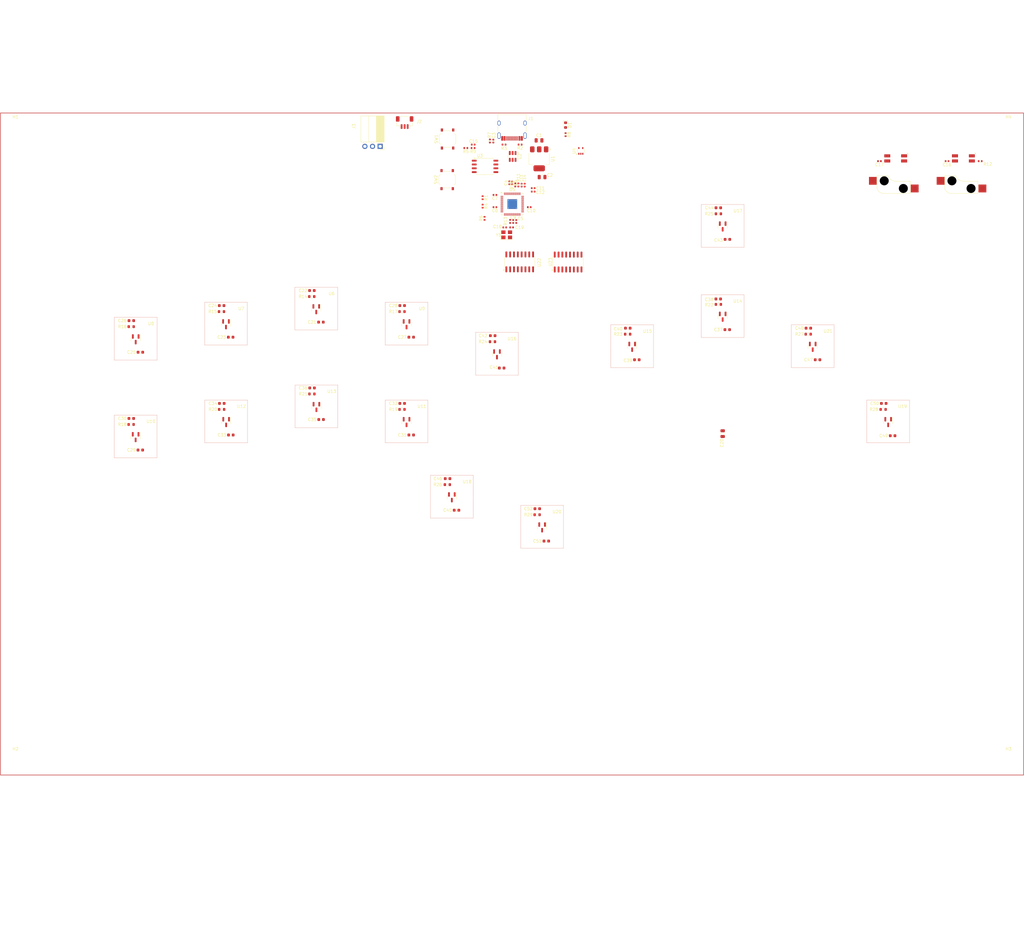
<source format=kicad_pcb>
(kicad_pcb (version 20240108) (generator "pcbnew") (generator_version "8.0")
  (layers (0 "F.Cu" signal) (31 "B.Cu" signal) (34 "B.Paste" user) (35 "F.Paste" user) (36 "B.SilkS" user "B.Silkscreen") (37 "F.SilkS" user "F.Silkscreen") (38 "B.Mask" user) (39 "F.Mask" user) (44 "Edge.Cuts" user))
  (net 0 "")
  (net 1 "VBUS")
  (net 2 "GND")
  (net 3 "+3.3V")
  (net 4 "SHIELD")
  (net 5 "+1V1")
  (net 6 "XIN")
  (net 7 "Net-(C19-Pad1)")
  (net 8 "AS0")
  (net 9 "AS1")
  (net 10 "AS2")
  (net 11 "AS3")
  (net 12 "AS4")
  (net 13 "AS5")
  (net 14 "AS6")
  (net 15 "AS7")
  (net 16 "AS8")
  (net 17 "AS9")
  (net 18 "AS10")
  (net 19 "AS11")
  (net 20 "AS12")
  (net 21 "AS13")
  (net 22 "AS14")
  (net 23 "AS15")
  (net 24 "Net-(D1-A)")
  (net 25 "Net-(J1-CC2)")
  (net 26 "/D+")
  (net 27 "/D-")
  (net 30 "Net-(J1-CC1)")
  (net 31 "SWD")
  (net 32 "SWCLK")
  (net 33 "UART_RX")
  (net 34 "UART_TX")
  (net 35 "REF_0.6V")
  (net 36 "Net-(R5-Pad2)")
  (net 37 "QSPI_SS")
  (net 38 "GPIO_UNUSED")
  (net 39 "GPIO25")
  (net 40 "Net-(U5-USB_DP)")
  (net 41 "USB_D+")
  (net 42 "Net-(U5-USB_DM)")
  (net 43 "USB_D-")
  (net 44 "Net-(SW3-DIN)")
  (net 45 "LED_OUT_5V")
  (net 46 "XOUT")
  (net 47 "Net-(U6-OUT)")
  (net 48 "Net-(U7-OUT)")
  (net 49 "Net-(U8-OUT)")
  (net 50 "Net-(U9-OUT)")
  (net 51 "Net-(U10-OUT)")
  (net 52 "Net-(U11-OUT)")
  (net 53 "Net-(U12-OUT)")
  (net 54 "Net-(U13-OUT)")
  (net 55 "Net-(U14-OUT)")
  (net 56 "Net-(U15-OUT)")
  (net 57 "Net-(U16-OUT)")
  (net 58 "Net-(U17-OUT)")
  (net 59 "Net-(U18-OUT)")
  (net 60 "Net-(U19-OUT)")
  (net 61 "Net-(U20-OUT)")
  (net 62 "Net-(U21-OUT)")
  (net 63 "RUN")
  (net 64 "Net-(SW3-DOUT)")
  (net 65 "DS_0_IN")
  (net 66 "DS_1_IN")
  (net 68 "QSPI_SD2")
  (net 69 "QSPI_SD3")
  (net 70 "QSPI_SD0")
  (net 71 "QSPI_SCLK")
  (net 72 "QSPI_SD1")
  (net 73 "LED_OUT")
  (net 74 "MUX0_OUT")
  (net 75 "MUX1_C")
  (net 76 "MUX1_B")
  (net 77 "MUX1_A")
  (net 78 "MUX0_A")
  (net 79 "MUX0_C")
  (net 80 "MUX0_B")
  (net 81 "MUX1_OUT")
  (footprint "Capacitor_SMD:C_0603_1608Metric" (layer "F.Cu") (at 333.525 116.5 180)
    (property "Reference" "C50" (at 3.025 0 360) (layer "F.SilkS"))
    (property "Value" "1uF")
    (pad "1" smd roundrect (at -0.775 0 180) (size 0.9 0.95) (layers "F.Cu" "F.Paste" "F.Mask") (net 2 "GND"))
    (pad "2" smd roundrect (at 0.775 0 180) (size 0.9 0.95) (layers "F.Cu" "F.Paste" "F.Mask") (net 22 "AS14"))
  )
  (footprint "Resistor_SMD:R_0603_1608Metric" (layer "F.Cu") (at 188.505 143.5 180)
    (property "Reference" "R26" (at 3.175 0 360) (layer "F.SilkS"))
    (property "Value" "100")
    (pad "1" smd roundrect (at -0.825 0 180) (size 0.8 0.95) (layers "F.Cu" "F.Paste" "F.Mask") (net 59 "Net-(U18-OUT)"))
    (pad "2" smd roundrect (at 0.825 0 180) (size 0.8 0.95) (layers "F.Cu" "F.Paste" "F.Mask") (net 20 "AS12"))
  )
  (footprint "Package_SO:SOIC-16_3.9x9.9mm_P1.27mm" (layer "F.Cu") (at 212.555 69.475 90)
    (property "Reference" "U22" (at -0.189 6.477 90) (layer "F.SilkS"))
    (property "Value" "CD4051BM96")
    (pad "1" smd roundrect (at -2.475 -4.445 90) (size 1.95 0.6) (layers "F.Cu" "F.Paste" "F.Mask") (net 12 "AS4"))
    (pad "2" smd roundrect (at -2.475 -3.175 90) (size 1.95 0.6) (layers "F.Cu" "F.Paste" "F.Mask") (net 14 "AS6"))
    (pad "3" smd roundrect (at -2.475 -1.905 90) (size 1.95 0.6) (layers "F.Cu" "F.Paste" "F.Mask") (net 74 "MUX0_OUT"))
    (pad "4" smd roundrect (at -2.475 -0.635 90) (size 1.95 0.6) (layers "F.Cu" "F.Paste" "F.Mask") (net 15 "AS7"))
    (pad "5" smd roundrect (at -2.475 0.635 90) (size 1.95 0.6) (layers "F.Cu" "F.Paste" "F.Mask") (net 13 "AS5"))
    (pad "6" smd roundrect (at -2.475 1.905 90) (size 1.95 0.6) (layers "F.Cu" "F.Paste" "F.Mask") (net 2 "GND"))
    (pad "7" smd roundrect (at -2.475 3.175 90) (size 1.95 0.6) (layers "F.Cu" "F.Paste" "F.Mask") (net 2 "GND"))
    (pad "8" smd roundrect (at -2.475 4.445 90) (size 1.95 0.6) (layers "F.Cu" "F.Paste" "F.Mask") (net 2 "GND"))
    (pad "9" smd roundrect (at 2.475 4.445 90) (size 1.95 0.6) (layers "F.Cu" "F.Paste" "F.Mask") (net 79 "MUX0_C"))
    (pad "10" smd roundrect (at 2.475 3.175 90) (size 1.95 0.6) (layers "F.Cu" "F.Paste" "F.Mask") (net 80 "MUX0_B"))
    (pad "11" smd roundrect (at 2.475 1.905 90) (size 1.95 0.6) (layers "F.Cu" "F.Paste" "F.Mask") (net 78 "MUX0_A"))
    (pad "12" smd roundrect (at 2.475 0.635 90) (size 1.95 0.6) (layers "F.Cu" "F.Paste" "F.Mask") (net 11 "AS3"))
    (pad "13" smd roundrect (at 2.475 -0.635 90) (size 1.95 0.6) (layers "F.Cu" "F.Paste" "F.Mask") (net 8 "AS0"))
    (pad "14" smd roundrect (at 2.475 -1.905 90) (size 1.95 0.6) (layers "F.Cu" "F.Paste" "F.Mask") (net 9 "AS1"))
    (pad "15" smd roundrect (at 2.475 -3.175 90) (size 1.95 0.6) (layers "F.Cu" "F.Paste" "F.Mask") (net 10 "AS2"))
    (pad "16" smd roundrect (at 2.475 -4.445 90) (size 1.95 0.6) (layers "F.Cu" "F.Paste" "F.Mask") (net 3 "+3.3V"))
  )
  (footprint "Capacitor_SMD:C_0603_1608Metric" (layer "F.Cu") (at 311.525 102)
    (property "Reference" "C47" (at -3.025 0 0) (layer "F.SilkS"))
    (property "Value" "1uF")
    (pad "1" smd roundrect (at -0.775 0) (size 0.9 0.95) (layers "F.Cu" "F.Paste" "F.Mask") (net 2 "GND"))
    (pad "2" smd roundrect (at 0.775 0) (size 0.9 0.95) (layers "F.Cu" "F.Paste" "F.Mask") (net 3 "+3.3V"))
  )
  (footprint "Resistor_SMD:R_0402_1005Metric" (layer "F.Cu") (at 365.57 36 180)
    (property "Reference" "R12" (at -2.51 -1 360) (layer "F.SilkS"))
    (property "Value" "560")
    (pad "1" smd roundrect (at -0.51 0 180) (size 0.54 0.64) (layers "F.Cu" "F.Paste" "F.Mask") (net 45 "LED_OUT_5V"))
    (pad "2" smd roundrect (at 0.51 0 180) (size 0.54 0.64) (layers "F.Cu" "F.Paste" "F.Mask") (net 44 "Net-(SW3-DIN)"))
  )
  (footprint "Resistor_SMD:R_0603_1608Metric" (layer "F.Cu") (at 218.345 153.5 180)
    (property "Reference" "R29" (at 2.925 0 360) (layer "F.SilkS"))
    (property "Value" "100")
    (pad "1" smd roundrect (at -0.825 0 180) (size 0.8 0.95) (layers "F.Cu" "F.Paste" "F.Mask") (net 62 "Net-(U21-OUT)"))
    (pad "2" smd roundrect (at 0.825 0 180) (size 0.8 0.95) (layers "F.Cu" "F.Paste" "F.Mask") (net 23 "AS15"))
  )
  (footprint "Capacitor_SMD:C_0603_1608Metric" (layer "F.Cu") (at 113.5 84 180)
    (property "Reference" "C24" (at 2.975 0 360) (layer "F.SilkS"))
    (property "Value" "1uF")
    (pad "1" smd roundrect (at -0.775 0 180) (size 0.9 0.95) (layers "F.Cu" "F.Paste" "F.Mask") (net 2 "GND"))
    (pad "2" smd roundrect (at 0.775 0 180) (size 0.9 0.95) (layers "F.Cu" "F.Paste" "F.Mask") (net 9 "AS1"))
  )
  (footprint "Resistor_SMD:R_0402_1005Metric" (layer "F.Cu") (at 200.234 50.951 -90)
    (property "Reference" "R4" (at 0 -1.17 90) (layer "F.SilkS"))
    (property "Value" "R")
    (pad "1" smd roundrect (at -0.51 0 270) (size 0.54 0.64) (layers "F.Cu" "F.Paste" "F.Mask") (net 35 "REF_0.6V"))
    (pad "2" smd roundrect (at 0.51 0 270) (size 0.54 0.64) (layers "F.Cu" "F.Paste" "F.Mask") (net 2 "GND"))
  )
  (footprint "Crystal:Crystal_SMD_3225-4Pin_3.2x2.5mm" (layer "F.Cu") (at 208.235 60.474)
    (property "Reference" "Y1" (at -2.71 0.088 0) (layer "F.SilkS"))
    (property "Value" "ABM8-272-T3")
    (pad "1" smd rect (at -1.1 0.85) (size 1.4 1.2) (layers "F.Cu" "F.Paste" "F.Mask") (net 6 "XIN"))
    (pad "2" smd rect (at 1.1 0.85) (size 1.4 1.2) (layers "F.Cu" "F.Paste" "F.Mask") (net 2 "GND"))
    (pad "3" smd rect (at 1.1 -0.85) (size 1.4 1.2) (layers "F.Cu" "F.Paste" "F.Mask") (net 7 "Net-(C19-Pad1)"))
    (pad "4" smd rect (at -1.1 -0.85) (size 1.4 1.2) (layers "F.Cu" "F.Paste" "F.Mask") (net 2 "GND"))
  )
  (footprint "Capacitor_SMD:C_0603_1608Metric" (layer "F.Cu") (at 83.5 89 180)
    (property "Reference" "C26" (at 3.025 0 360) (layer "F.SilkS"))
    (property "Value" "1uF")
    (pad "1" smd roundrect (at -0.775 0 180) (size 0.9 0.95) (layers "F.Cu" "F.Paste" "F.Mask") (net 2 "GND"))
    (pad "2" smd roundrect (at 0.775 0 180) (size 0.9 0.95) (layers "F.Cu" "F.Paste" "F.Mask") (net 10 "AS2"))
  )
  (footprint "Capacitor_SMD:C_0402_1005Metric" (layer "F.Cu") (at 215.728 51.29 180)
    (property "Reference" "C10" (at -0.635 -1.16 360) (layer "F.SilkS"))
    (property "Value" "100n")
    (pad "1" smd roundrect (at -0.48 0 180) (size 0.56 0.62) (layers "F.Cu" "F.Paste" "F.Mask") (net 3 "+3.3V"))
    (pad "2" smd roundrect (at 0.48 0 180) (size 0.56 0.62) (layers "F.Cu" "F.Paste" "F.Mask") (net 2 "GND"))
  )
  (footprint "Capacitor_SMD:C_0603_1608Metric" (layer "F.Cu") (at 203.58 94 180)
    (property "Reference" "C42" (at 3.225 0 360) (layer "F.SilkS"))
    (property "Value" "1uF")
    (pad "1" smd roundrect (at -0.775 0 180) (size 0.9 0.95) (layers "F.Cu" "F.Paste" "F.Mask") (net 2 "GND"))
    (pad "2" smd roundrect (at 0.775 0 180) (size 0.9 0.95) (layers "F.Cu" "F.Paste" "F.Mask") (net 18 "AS10"))
  )
  (footprint "Resistor_SMD:R_0402_1005Metric" (layer "F.Cu") (at 207.344 30.502)
    (property "Reference" "R3" (at 0.002 1.27 0) (layer "F.SilkS"))
    (property "Value" "5.1k")
    (pad "1" smd roundrect (at -0.51 0) (size 0.54 0.64) (layers "F.Cu" "F.Paste" "F.Mask") (net 2 "GND"))
    (pad "2" smd roundrect (at 0.51 0) (size 0.54 0.64) (layers "F.Cu" "F.Paste" "F.Mask") (net 25 "Net-(J1-CC2)"))
  )
  (footprint "Capacitor_SMD:C_0603_1608Metric" (layer "F.Cu") (at 173.5 84 180)
    (property "Reference" "C28" (at 2.975 0 360) (layer "F.SilkS"))
    (property "Value" "1uF")
    (pad "1" smd roundrect (at -0.775 0 180) (size 0.9 0.95) (layers "F.Cu" "F.Paste" "F.Mask") (net 2 "GND"))
    (pad "2" smd roundrect (at 0.775 0 180) (size 0.9 0.95) (layers "F.Cu" "F.Paste" "F.Mask") (net 11 "AS3"))
  )
  (footprint "geek_rabb1t:MX_Socket_LED" (layer "F.Cu") (at 350.5 30.5)
    (property "Reference" "SW3" (hide yes))
    (property "Value" "Key_Switch_with_LED" (hide yes))
    (pad "" np_thru_hole circle (at 4.42 9.5 90) (size 1.7 1.7) (drill 1.7) (layers "*.Cu" "*.Mask"))
    (pad "" np_thru_hole circle (at 5.69 12.04) (size 3 3) (drill 3) (layers "*.Mask"))
    (pad "" np_thru_hole oval (at 7.9 4.6) (size 0.3 3.3) (drill oval 0.3 3.3) (layers "F&B.Cu" "*.Mask"))
    (pad "" np_thru_hole oval (at 8.175 4.6) (size 0.5 3.3) (drill oval 0.5 3.3) (layers "F&B.Cu" "*.Mask"))
    (pad "" np_thru_hole oval (at 8.925 4.6) (size 1.7 3.3) (drill oval 1.7 3.3) (layers "F&B.Cu" "*.Mask"))
    (pad "" np_thru_hole oval (at 9.5 3.1 90) (size 0.3 3.5) (drill oval 0.3 3.5) (layers "F&B.Cu" "*.Mask"))
    (pad "" np_thru_hole oval (at 9.5 4.6) (size 1.7 3.3) (drill oval 1.7 3.3) (layers "F&B.Cu" "*.Mask"))
    (pad "" np_thru_hole oval (at 9.5 6.125 90) (size 0.3 3.5) (drill oval 0.3 3.5) (layers "F&B.Cu" "*.Mask"))
    (pad "" np_thru_hole circle (at 9.5 9.5 90) (size 4 4) (drill 4) (layers "F&B.Cu" "*.Mask"))
    (pad "" np_thru_hole oval (at 10.1 4.6) (size 1.65 3.3) (drill oval 1.65 3.3) (layers "F&B.Cu" "*.Mask"))
    (pad "" np_thru_hole oval (at 10.85 4.6 180) (size 0.5 3.3) (drill oval 0.5 3.3) (layers "F&B.Cu" "*.Mask"))
    (pad "" np_thru_hole oval (at 11.1 4.6) (size 0.3 3.3) (drill oval 0.3 3.3) (layers "F&B.Cu" "*.Mask"))
    (pad "" np_thru_hole circle (at 12.04 14.58) (size 3 3) (drill 3) (layers "*.Mask"))
    (pad "" np_thru_hole circle (at 14.58 9.5 90) (size 1.7 1.7) (drill 1.7) (layers "*.Cu" "*.Mask"))
    (pad "1" smd rect (at 15.815 14.58) (size 2.6 2.6) (layers "F.Cu" "F.Paste" "F.Mask") (net 65 "DS_0_IN"))
    (pad "2" smd rect (at 1.915 12.04) (size 2.6 2.6) (layers "F.Cu" "F.Paste" "F.Mask") (net 2 "GND"))
    (pad "3" smd rect (at 6.7 5.436) (size 2 1.02) (layers "F.Cu" "F.Paste" "F.Mask") (net 1 "VBUS"))
    (pad "4" smd rect (at 6.7 3.7325) (size 2 1.02) (layers "F.Cu" "F.Paste" "F.Mask") (net 64 "Net-(SW3-DOUT)"))
    (pad "5" smd rect (at 12.3 3.7325) (size 2 1.02) (layers "F.Cu" "F.Paste" "F.Mask") (net 2 "GND"))
    (pad "6" smd rect (at 12.3 5.436) (size 2 1.02) (layers "F.Cu" "F.Paste" "F.Mask") (net 44 "Net-(SW3-DIN)"))
  )
  (footprint "Udong:SW_Cherry_MX_PCB_1.00u_hall_effect" (layer "F.Cu") (at 190 147.5)
    (property "Reference" "U18" (at 5.08 -5 0) (layer "F.SilkS"))
    (property "Value" "DRV5056A3xQDBZxR")
    (pad "" np_thru_hole circle (at -5.08 0) (size 1.75 1.75) (drill 1.75) (layers "*.Cu" "*.Mask"))
    (pad "" np_thru_hole circle (at 5.08 0) (size 1.75 1.75) (drill 1.75) (layers "*.Cu" "*.Mask"))
    (pad "1" smd roundrect (at 0.95 -0.7375 270) (size 1.475 0.6) (layers "F.Cu" "F.Paste" "F.Mask") (net 3 "+3.3V"))
    (pad "2" smd roundrect (at -0.95 -0.7375 270) (size 1.475 0.6) (layers "F.Cu" "F.Paste" "F.Mask") (net 59 "Net-(U18-OUT)"))
    (pad "3" smd roundrect (at 0 1.1375 270) (size 1.475 0.6) (layers "F.Cu" "F.Paste" "F.Mask") (net 2 "GND"))
  )
  (footprint "Capacitor_SMD:C_0402_1005Metric" (layer "F.Cu") (at 204.326 51.29 180)
    (property "Reference" "C8" (at 0 -1.16 360) (layer "F.SilkS"))
    (property "Value" "100n")
    (pad "1" smd roundrect (at -0.48 0 180) (size 0.56 0.62) (layers "F.Cu" "F.Paste" "F.Mask") (net 3 "+3.3V"))
    (pad "2" smd roundrect (at 0.48 0 180) (size 0.56 0.62) (layers "F.Cu" "F.Paste" "F.Mask") (net 2 "GND"))
  )
  (footprint "MountingHole:MountingHole_2.7mm_M2.5" (layer "F.Cu") (at 45 235)
    (property "Reference" "H2" (at 0 -3.7 0) (layer "F.SilkS"))
    (property "Value" "MountingHole")
    (pad "" np_thru_hole circle (at 0 0) (size 2.7 2.7) (drill 2.7) (layers "*.Cu" "*.Mask"))
  )
  (footprint "Package_TO_SOT_SMD:SOT-223-3_TabPin2" (layer "F.Cu") (at 219.03 35.226 -90)
    (property "Reference" "U1" (at 0 -4.5 90) (layer "F.SilkS"))
    (property "Value" "NCP1117-3.3_SOT223")
    (pad "1" smd roundrect (at -3.15 -2.3 270) (size 2 1.5) (layers "F.Cu" "F.Paste" "F.Mask") (net 2 "GND"))
    (pad "2" smd roundrect (at -3.15 0 270) (size 2 1.5) (layers "F.Cu" "F.Paste" "F.Mask") (net 3 "+3.3V"))
    (pad "2" smd roundrect (at 3.15 0 270) (size 2 3.8) (layers "F.Cu" "F.Paste" "F.Mask") (net 3 "+3.3V"))
    (pad "3" smd roundrect (at -3.15 2.3 270) (size 2 1.5) (layers "F.Cu" "F.Paste" "F.Mask") (net 1 "VBUS"))
  )
  (footprint "Resistor_SMD:R_0603_1608Metric" (layer "F.Cu") (at 143.45 81 180)
    (property "Reference" "R14" (at 2.925 0 360) (layer "F.SilkS"))
    (property "Value" "100")
    (pad "1" smd roundrect (at -0.825 0 180) (size 0.8 0.95) (layers "F.Cu" "F.Paste" "F.Mask") (net 47 "Net-(U6-OUT)"))
    (pad "2" smd roundrect (at 0.825 0 180) (size 0.8 0.95) (layers "F.Cu" "F.Paste" "F.Mask") (net 8 "AS0"))
  )
  (footprint "Capacitor_SMD:C_0603_1608Metric" (layer "F.Cu") (at 221.395 162.25)
    (property "Reference" "C51" (at -2.975 0 0) (layer "F.SilkS"))
    (property "Value" "1uF")
    (pad "1" smd roundrect (at -0.775 0) (size 0.9 0.95) (layers "F.Cu" "F.Paste" "F.Mask") (net 2 "GND"))
    (pad "2" smd roundrect (at 0.775 0) (size 0.9 0.95) (layers "F.Cu" "F.Paste" "F.Mask") (net 3 "+3.3V"))
  )
  (footprint "Resistor_SMD:R_0402_1005Metric" (layer "F.Cu") (at 212.678 30.502)
    (property "Reference" "R2" (at 0.002 1.143 0) (layer "F.SilkS"))
    (property "Value" "5.1k")
    (pad "1" smd roundrect (at -0.51 0) (size 0.54 0.64) (layers "F.Cu" "F.Paste" "F.Mask") (net 30 "Net-(J1-CC1)"))
    (pad "2" smd roundrect (at 0.51 0) (size 0.54 0.64) (layers "F.Cu" "F.Paste" "F.Mask") (net 2 "GND"))
  )
  (footprint "Resistor_SMD:R_0402_1005Metric" (layer "F.Cu") (at 194.648 31.645 180)
    (property "Reference" "R5" (at 0 -1.17 360) (layer "F.SilkS"))
    (property "Value" "1k")
    (pad "1" smd roundrect (at -0.51 0 180) (size 0.54 0.64) (layers "F.Cu" "F.Paste" "F.Mask") (net 37 "QSPI_SS"))
    (pad "2" smd roundrect (at 0.51 0 180) (size 0.54 0.64) (layers "F.Cu" "F.Paste" "F.Mask") (net 36 "Net-(R5-Pad2)"))
  )
  (footprint "Capacitor_SMD:C_0603_1608Metric" (layer "F.Cu") (at 218.395 151.5 180)
    (property "Reference" "C52" (at 2.975 0 360) (layer "F.SilkS"))
    (property "Value" "1uF")
    (pad "1" smd roundrect (at -0.775 0 180) (size 0.9 0.95) (layers "F.Cu" "F.Paste" "F.Mask") (net 2 "GND"))
    (pad "2" smd roundrect (at 0.775 0 180) (size 0.9 0.95) (layers "F.Cu" "F.Paste" "F.Mask") (net 23 "AS15"))
  )
  (footprint "Capacitor_SMD:C_0402_1005Metric" (layer "F.Cu") (at 217.026 44.98)
    (property "Reference" "C11" (at 2.385 0 360) (layer "F.SilkS"))
    (property "Value" "100n")
    (pad "1" smd roundrect (at -0.48 0) (size 0.56 0.62) (layers "F.Cu" "F.Paste" "F.Mask") (net 3 "+3.3V"))
    (pad "2" smd roundrect (at 0.48 0) (size 0.56 0.62) (layers "F.Cu" "F.Paste" "F.Mask") (net 2 "GND"))
  )
  (footprint "Udong:SW_Cherry_MX_PCB_1.00u_hall_effect" (layer "F.Cu") (at 220 157.5)
    (property "Reference" "U20" (at 4.92 -5 0) (layer "F.SilkS"))
    (property "Value" "DRV5056A3xQDBZxR")
    (pad "" np_thru_hole circle (at -5.08 0) (size 1.75 1.75) (drill 1.75) (layers "*.Cu" "*.Mask"))
    (pad "" np_thru_hole circle (at 5.08 0) (size 1.75 1.75) (drill 1.75) (layers "*.Cu" "*.Mask"))
    (pad "1" smd roundrect (at 0.95 -0.7375 270) (size 1.475 0.6) (layers "F.Cu" "F.Paste" "F.Mask") (net 3 "+3.3V"))
    (pad "2" smd roundrect (at -0.95 -0.7375 270) (size 1.475 0.6) (layers "F.Cu" "F.Paste" "F.Mask") (net 61 "Net-(U20-OUT)"))
    (pad "3" smd roundrect (at 0 1.1375 270) (size 1.475 0.6) (layers "F.Cu" "F.Paste" "F.Mask") (net 2 "GND"))
  )
  (footprint "Connector_USB:USB_C_Receptacle_HRO_TYPE-C-31-M-12" (layer "F.Cu") (at 210 24.4 180)
    (property "Reference" "J1" (at -6.236 2.534 360) (layer "F.SilkS"))
    (property "Value" "TYPE-C-31-M-12")
    (pad "" np_thru_hole circle (at -2.89 -2.6 180) (size 0.65 0.65) (drill 0.65) (layers "*.Cu" "*.Mask"))
    (pad "" np_thru_hole circle (at 2.89 -2.6 180) (size 0.65 0.65) (drill 0.65) (layers "*.Cu" "*.Mask"))
    (pad "A1" smd rect (at -3.25 -4.045 180) (size 0.6 1.45) (layers "F.Cu" "F.Paste" "F.Mask") (net 2 "GND"))
    (pad "A4" smd rect (at -2.45 -4.045 180) (size 0.6 1.45) (layers "F.Cu" "F.Paste" "F.Mask") (net 1 "VBUS"))
    (pad "A5" smd rect (at -1.25 -4.045 180) (size 0.3 1.45) (layers "F.Cu" "F.Paste" "F.Mask") (net 30 "Net-(J1-CC1)"))
    (pad "A6" smd rect (at -0.25 -4.045 180) (size 0.3 1.45) (layers "F.Cu" "F.Paste" "F.Mask") (net 26 "/D+"))
    (pad "A7" smd rect (at 0.25 -4.045 180) (size 0.3 1.45) (layers "F.Cu" "F.Paste" "F.Mask") (net 27 "/D-"))
    (pad "A8" smd rect (at 1.25 -4.045 180) (size 0.3 1.45) (layers "F.Cu" "F.Paste" "F.Mask"))
    (pad "A9" smd rect (at 2.45 -4.045 180) (size 0.6 1.45) (layers "F.Cu" "F.Paste" "F.Mask") (net 1 "VBUS"))
    (pad "A12" smd rect (at 3.25 -4.045 180) (size 0.6 1.45) (layers "F.Cu" "F.Paste" "F.Mask") (net 2 "GND"))
    (pad "B1" smd rect (at 3.25 -4.045 180) (size 0.6 1.45) (layers "F.Cu" "F.Paste" "F.Mask") (net 2 "GND"))
    (pad "B4" smd rect (at 2.45 -4.045 180) (size 0.6 1.45) (layers "F.Cu" "F.Paste" "F.Mask") (net 1 "VBUS"))
    (pad "B5" smd rect (at 1.75 -4.045 180) (size 0.3 1.45) (layers "F.Cu" "F.Paste" "F.Mask") (net 25 "Net-(J1-CC2)"))
    (pad "B6" smd rect (at 0.75 -4.045 180) (size 0.3 1.45) (layers "F.Cu" "F.Paste" "F.Mask") (net 26 "/D+"))
    (pad "B7" smd rect (at -0.75 -4.045 180) (size 0.3 1.45) (layers "F.Cu" "F.Paste" "F.Mask") (net 27 "/D-"))
    (pad "B8" smd rect (at -1.75 -4.045 180) (size 0.3 1.45) (layers "F.Cu" "F.Paste" "F.Mask"))
    (pad "B9" smd rect (at -2.45 -4.045 180) (size 0.6 1.45) (layers "F.Cu" "F.Paste" "F.Mask") (net 1 "VBUS"))
    (pad "B12" smd rect (at -3.25 -4.045 180) (size 0.6 1.45) (layers "F.Cu" "F.Paste" "F.Mask") (net 2 "GND"))
    (pad "S1" thru_hole oval (at -4.32 -3.13 180) (size 1 2.1) (drill oval 0.6 1.7) (layers "*.Cu" "*.Mask") (net 4 "SHIELD"))
    (pad "S1" thru_hole oval (at -4.32 1.05 180) (size 1 1.6) (drill oval 0.6 1.2) (layers "*.Cu" "*.Mask") (net 4 "SHIELD"))
    (pad "S1" thru_hole oval (at 4.32 -3.13 180) (size 1 2.1) (drill oval 0.6 1.7) (layers "*.Cu" "*.Mask") (net 4 "SHIELD"))
    (pad "S1" thru_hole oval (at 4.32 1.05 180) (size 1 1.6) (drill oval 0.6 1.2) (layers "*.Cu" "*.Mask") (net 4 "SHIELD"))
  )
  (footprint "Button_Switch_SMD:SW_Push_1P1T_XKB_TS-1187A" (layer "F.Cu") (at 188.453 42.138 90)
    (property "Reference" "SW2" (at 0 -3.75 90) (layer "F.SilkS"))
    (property "Value" "RUN")
    (pad "1" smd rect (at -3 -1.875 90) (size 1 0.75) (layers "F.Cu" "F.Paste" "F.Mask") (net 2 "GND"))
    (pad "1" smd rect (at 3 -1.875 90) (size 1 0.75) (layers "F.Cu" "F.Paste" "F.Mask") (net 2 "GND"))
    (pad "2" smd rect (at -3 1.875 90) (size 1 0.75) (layers "F.Cu" "F.Paste" "F.Mask") (net 63 "RUN"))
    (pad "2" smd rect (at 3 1.875 90) (size 1 0.75) (layers "F.Cu" "F.Paste" "F.Mask") (net 63 "RUN"))
  )
  (footprint "Resistor_SMD:R_0402_1005Metric" (layer "F.Cu") (at 200.234 48.155 -90)
    (property "Reference" "R1" (at 0 -1.17 90) (layer "F.SilkS"))
    (property "Value" "R")
    (pad "1" smd roundrect (at -0.51 0 270) (size 0.54 0.64) (layers "F.Cu" "F.Paste" "F.Mask") (net 3 "+3.3V"))
    (pad "2" smd roundrect (at 0.51 0 270) (size 0.54 0.64) (layers "F.Cu" "F.Paste" "F.Mask") (net 35 "REF_0.6V"))
  )
  (footprint "Capacitor_SMD:C_0402_1005Metric" (layer "F.Cu") (at 197.087 30.502 180)
    (property "Reference" "C15" (at -0.099 1.143 360) (layer "F.SilkS"))
    (property "Value" "100n")
    (pad "1" smd roundrect (at -0.48 0 180) (size 0.56 0.62) (layers "F.Cu" "F.Paste" "F.Mask") (net 3 "+3.3V"))
    (pad "2" smd roundrect (at 0.48 0 180) (size 0.56 0.62) (layers "F.Cu" "F.Paste" "F.Mask") (net 2 "GND"))
  )
  (footprint "Capacitor_SMD:C_0805_2012Metric" (layer "F.Cu") (at 280 126.55 -90)
    (property "Reference" "C20" (at 3.109 0.254 90) (layer "F.SilkS"))
    (property "Value" "10u")
    (pad "1" smd roundrect (at -0.95 0 270) (size 1 1.45) (layers "F.Cu" "F.Paste" "F.Mask") (net 3 "+3.3V"))
    (pad "2" smd roundrect (at 0.95 0 270) (size 1 1.45) (layers "F.Cu" "F.Paste" "F.Mask") (net 2 "GND"))
  )
  (footprint "Capacitor_SMD:C_0603_1608Metric" (layer "F.Cu") (at 143.555 111.3625 180)
    (property "Reference" "C36" (at 2.975 0 360) (layer "F.SilkS"))
    (property "Value" "1uF")
    (pad "1" smd roundrect (at -0.775 0 180) (size 0.9 0.95) (layers "F.Cu" "F.Paste" "F.Mask") (net 2 "GND"))
    (pad "2" smd roundrect (at 0.775 0 180) (size 0.9 0.95) (layers "F.Cu" "F.Paste" "F.Mask") (net 15 "AS7"))
  )
  (footprint "Capacitor_SMD:C_0402_1005Metric" (layer "F.Cu") (at 354.56 36 180)
    (property "Reference" "C16" (at 0 -1.16 360) (layer "F.SilkS"))
    (property "Value" "1uF")
    (pad "1" smd roundrect (at -0.48 0 180) (size 0.56 0.62) (layers "F.Cu" "F.Paste" "F.Mask") (net 1 "VBUS"))
    (pad "2" smd roundrect (at 0.48 0 180) (size 0.56 0.62) (layers "F.Cu" "F.Paste" "F.Mask") (net 2 "GND"))
  )
  (footprint "Capacitor_SMD:C_0603_1608Metric" (layer "F.Cu") (at 83.475 121.5 180)
    (property "Reference" "C30" (at 2.975 0 360) (layer "F.SilkS"))
    (property "Value" "1uF")
    (pad "1" smd roundrect (at -0.775 0 180) (size 0.9 0.95) (layers "F.Cu" "F.Paste" "F.Mask") (net 2 "GND"))
    (pad "2" smd roundrect (at 0.775 0 180) (size 0.9 0.95) (layers "F.Cu" "F.Paste" "F.Mask") (net 12 "AS4"))
  )
  (footprint "Capacitor_SMD:C_0402_1005Metric" (layer "F.Cu") (at 217.026 46.123)
    (property "Reference" "C12" (at 2.385 0.254 360) (layer "F.SilkS"))
    (property "Value" "100n")
    (pad "1" smd roundrect (at -0.48 0) (size 0.56 0.62) (layers "F.Cu" "F.Paste" "F.Mask") (net 3 "+3.3V"))
    (pad "2" smd roundrect (at 0.48 0) (size 0.56 0.62) (layers "F.Cu" "F.Paste" "F.Mask") (net 2 "GND"))
  )
  (footprint "Capacitor_SMD:C_0603_1608Metric" (layer "F.Cu") (at 281.525 92)
    (property "Reference" "C37" (at -2.975 0 0) (layer "F.SilkS"))
    (property "Value" "1uF")
    (pad "1" smd roundrect (at -0.775 0) (size 0.9 0.95) (layers "F.Cu" "F.Paste" "F.Mask") (net 2 "GND"))
    (pad "2" smd roundrect (at 0.775 0) (size 0.9 0.95) (layers "F.Cu" "F.Paste" "F.Mask") (net 3 "+3.3V"))
  )
  (footprint "Capacitor_SMD:C_0603_1608Metric" (layer "F.Cu") (at 336.475 127.25)
    (property "Reference" "C49" (at -2.975 0 0) (layer "F.SilkS"))
    (property "Value" "1uF")
    (pad "1" smd roundrect (at -0.775 0) (size 0.9 0.95) (layers "F.Cu" "F.Paste" "F.Mask") (net 2 "GND"))
    (pad "2" smd roundrect (at 0.775 0) (size 0.9 0.95) (layers "F.Cu" "F.Paste" "F.Mask") (net 3 "+3.3V"))
  )
  (footprint "Capacitor_SMD:C_0402_1005Metric" (layer "F.Cu") (at 210.013 43.23 -90)
    (property "Reference" "C6" (at 0 -1.16 90) (layer "F.SilkS"))
    (property "Value" "100n")
    (pad "1" smd roundrect (at -0.48 0 270) (size 0.56 0.62) (layers "F.Cu" "F.Paste" "F.Mask") (net 3 "+3.3V"))
    (pad "2" smd roundrect (at 0.48 0 270) (size 0.56 0.62) (layers "F.Cu" "F.Paste" "F.Mask") (net 2 "GND"))
  )
  (footprint "Capacitor_SMD:C_0603_1608Metric" (layer "F.Cu") (at 251.475 102)
    (property "Reference" "C39" (at -2.975 0.25 360) (layer "F.SilkS"))
    (property "Value" "1uF")
    (pad "1" smd roundrect (at -0.775 0) (size 0.9 0.95) (layers "F.Cu" "F.Paste" "F.Mask") (net 2 "GND"))
    (pad "2" smd roundrect (at 0.775 0) (size 0.9 0.95) (layers "F.Cu" "F.Paste" "F.Mask") (net 3 "+3.3V"))
  )
  (footprint "Capacitor_SMD:C_0402_1005Metric" (layer "F.Cu") (at 209.124 43.202 90)
    (property "Reference" "C4" (at 0 -1.16 90) (layer "F.SilkS"))
    (property "Value" "100n")
    (pad "1" smd roundrect (at -0.48 0 90) (size 0.56 0.62) (layers "F.Cu" "F.Paste" "F.Mask") (net 5 "+1V1"))
    (pad "2" smd roundrect (at 0.48 0 90) (size 0.56 0.62) (layers "F.Cu" "F.Paste" "F.Mask") (net 2 "GND"))
  )
  (footprint "Resistor_SMD:R_0603_1608Metric" (layer "F.Cu") (at 83.45 91 180)
    (property "Reference" "R16" (at 2.925 0 360) (layer "F.SilkS"))
    (property "Value" "100")
    (pad "1" smd roundrect (at -0.825 0 180) (size 0.8 0.95) (layers "F.Cu" "F.Paste" "F.Mask") (net 49 "Net-(U8-OUT)"))
    (pad "2" smd roundrect (at 0.825 0 180) (size 0.8 0.95) (layers "F.Cu" "F.Paste" "F.Mask") (net 10 "AS2"))
  )
  (footprint "Resistor_SMD:R_0603_1608Metric" (layer "F.Cu") (at 248.425 93.5 180)
    (property "Reference" "R23" (at 3.175 0 360) (layer "F.SilkS"))
    (property "Value" "100")
    (pad "1" smd roundrect (at -0.825 0 180) (size 0.8 0.95) (layers "F.Cu" "F.Paste" "F.Mask") (net 56 "Net-(U15-OUT)"))
    (pad "2" smd roundrect (at 0.825 0 180) (size 0.8 0.95) (layers "F.Cu" "F.Paste" "F.Mask") (net 17 "AS9"))
  )
  (footprint "Capacitor_SMD:C_0402_1005Metric" (layer "F.Cu") (at 207.585 58.022 180)
    (property "Reference" "C18" (at 2.441 0.254 180) (layer "F.SilkS"))
    (property "Value" "15p")
    (pad "1" smd roundrect (at -0.48 0 180) (size 0.56 0.62) (layers "F.Cu" "F.Paste" "F.Mask") (net 6 "XIN"))
    (pad "2" smd roundrect (at 0.48 0 180) (size 0.56 0.62) (layers "F.Cu" "F.Paste" "F.Mask") (net 2 "GND"))
  )
  (footprint "Udong:SW_Cherry_MX_PCB_1.00u_hall_effect" (layer "F.Cu") (at 174.945 122.5)
    (property "Reference" "U11" (at 5.08 -5 0) (layer "F.SilkS"))
    (property "Value" "DRV5056A3xQDBZxR")
    (pad "" np_thru_hole circle (at -5.08 0) (size 1.75 1.75) (drill 1.75) (layers "*.Cu" "*.Mask"))
    (pad "" np_thru_hole circle (at 5.08 0) (size 1.75 1.75) (drill 1.75) (layers "*.Cu" "*.Mask"))
    (pad "1" smd roundrect (at 0.95 -0.7375 270) (size 1.475 0.6) (layers "F.Cu" "F.Paste" "F.Mask") (net 3 "+3.3V"))
    (pad "2" smd roundrect (at -0.95 -0.7375 270) (size 1.475 0.6) (layers "F.Cu" "F.Paste" "F.Mask") (net 52 "Net-(U11-OUT)"))
    (pad "3" smd roundrect (at 0 1.1375 270) (size 1.475 0.6) (layers "F.Cu" "F.Paste" "F.Mask") (net 2 "GND"))
  )
  (footprint "Udong:SW_Cherry_MX_PCB_1.00u_hall_effect" (layer "F.Cu") (at 280 87.5)
    (property "Reference" "U14" (at 5 -5 0) (layer "F.SilkS"))
    (property "Value" "DRV5056A3xQDBZxR")
    (pad "" np_thru_hole circle (at -5.08 0) (size 1.75 1.75) (drill 1.75) (layers "*.Cu" "*.Mask"))
    (pad "" np_thru_hole circle (at 5.08 0) (size 1.75 1.75) (drill 1.75) (layers "*.Cu" "*.Mask"))
    (pad "1" smd roundrect (at 0.95 -0.7375 270) (size 1.475 0.6) (layers "F.Cu" "F.Paste" "F.Mask") (net 3 "+3.3V"))
    (pad "2" smd roundrect (at -0.95 -0.7375 270) (size 1.475 0.6) (layers "F.Cu" "F.Paste" "F.Mask") (net 55 "Net-(U14-OUT)"))
    (pad "3" smd roundrect (at 0 1.1375 270) (size 1.475 0.6) (layers "F.Cu" "F.Paste" "F.Mask") (net 2 "GND"))
  )
  (footprint "Udong:SW_Cherry_MX_PCB_1.00u_hall_effect" (layer "F.Cu") (at 145 117.5)
    (property "Reference" "U13" (at 5.08 -5 0) (layer "F.SilkS"))
    (property "Value" "DRV5056A3xQDBZxR")
    (pad "" np_thru_hole circle (at -5.08 0) (size 1.75 1.75) (drill 1.75) (layers "*.Cu" "*.Mask"))
    (pad "" np_thru_hole circle (at 5.08 0) (size 1.75 1.75) (drill 1.75) (layers "*.Cu" "*.Mask"))
    (pad "1" smd roundrect (at 0.95 -0.7375 270) (size 1.475 0.6) (layers "F.Cu" "F.Paste" "F.Mask") (net 3 "+3.3V"))
    (pad "2" smd roundrect (at -0.95 -0.7375 270) (size 1.475 0.6) (layers "F.Cu" "F.Paste" "F.Mask") (net 54 "Net-(U13-OUT)"))
    (pad "3" smd roundrect (at 0 1.1375 270) (size 1.475 0.6) (layers "F.Cu" "F.Paste" "F.Mask") (net 2 "GND"))
  )
  (footprint "Capacitor_SMD:C_0603_1608Metric" (layer "F.Cu") (at 278.555 51.5 180)
    (property "Reference" "C44" (at 2.975 0 360) (layer "F.SilkS"))
    (property "Value" "1uF")
    (pad "1" smd roundrect (at -0.775 0 180) (size 0.9 0.95) (layers "F.Cu" "F.Paste" "F.Mask") (net 2 "GND"))
    (pad "2" smd roundrect (at 0.775 0 180) (size 0.9 0.95) (layers "F.Cu" "F.Paste" "F.Mask") (net 19 "AS11"))
  )
  (footprint "Udong:SW_Cherry_MX_PCB_1.00u_hall_effect" (layer "F.Cu") (at 335 122.5)
    (property "Reference" "U19" (at 4.75 -5 0) (layer "F.SilkS"))
    (property "Value" "DRV5056A3xQDBZxR")
    (pad "" np_thru_hole circle (at -5.08 0) (size 1.75 1.75) (drill 1.75) (layers "*.Cu" "*.Mask"))
    (pad "" np_thru_hole circle (at 5.08 0) (size 1.75 1.75) (drill 1.75) (layers "*.Cu" "*.Mask"))
    (pad "1" smd roundrect (at 0.95 -0.7375 270) (size 1.475 0.6) (layers "F.Cu" "F.Paste" "F.Mask") (net 3 "+3.3V"))
    (pad "2" smd roundrect (at -0.95 -0.7375 270) (size 1.475 0.6) (layers "F.Cu" "F.Paste" "F.Mask") (net 60 "Net-(U19-OUT)"))
    (pad "3" smd roundrect (at 0 1.1375 270) (size 1.475 0.6) (layers "F.Cu" "F.Paste" "F.Mask") (net 2 "GND"))
  )
  (footprint "MountingHole:MountingHole_2.7mm_M2.5" (layer "F.Cu") (at 375 235)
    (property "Reference" "H3" (at 0 -3.7 0) (layer "F.SilkS"))
    (property "Value" "MountingHole")
    (pad "" np_thru_hole circle (at 0 0) (size 2.7 2.7) (drill 2.7) (layers "*.Cu" "*.Mask"))
  )
  (footprint "Package_TO_SOT_SMD:SOT-353_SC-70-5" (layer "F.Cu") (at 232.858 32.6 90)
    (property "Reference" "U4" (at 0 -2.25 90) (layer "F.SilkS"))
    (property "Value" "74AHCT1G125")
    (pad "1" smd roundrect (at -0.95 -0.65 90) (size 0.65 0.4) (layers "F.Cu" "F.Paste" "F.Mask") (net 2 "GND"))
    (pad "2" smd roundrect (at -0.95 0 90) (size 0.65 0.4) (layers "F.Cu" "F.Paste" "F.Mask") (net 73 "LED_OUT"))
    (pad "3" smd roundrect (at -0.95 0.65 90) (size 0.65 0.4) (layers "F.Cu" "F.Paste" "F.Mask") (net 2 "GND"))
    (pad "4" smd roundrect (at 0.95 0.65 90) (size 0.65 0.4) (layers "F.Cu" "F.Paste" "F.Mask") (net 45 "LED_OUT_5V"))
    (pad "5" smd roundrect (at 0.95 -0.65 90) (size 0.65 0.4) (layers "F.Cu" "F.Paste" "F.Mask") (net 1 "VBUS"))
  )
  (footprint "Capacitor_SMD:C_0402_1005Metric" (layer "F.Cu") (at 214.204 43.964 90)
    (property "Reference" "C14" (at 2.258 0 90) (layer "F.SilkS") (effects (font (size 0.8 0.8))))
    (property "Value" "1u")
    (pad "1" smd roundrect (at -0.48 0 90) (size 0.56 0.62) (layers "F.Cu" "F.Paste" "F.Mask") (net 3 "+3.3V"))
    (pad "2" smd roundrect (at 0.48 0 90) (size 0.56 0.62) (layers "F.Cu" "F.Paste" "F.Mask") (net 2 "GND"))
  )
  (footprint "Resistor_SMD:R_0402_1005Metric" (layer "F.Cu") (at 200.869 55.015 90)
    (property "Reference" "R6" (at 0 -1.17 90) (layer "F.SilkS"))
    (property "Value" "0")
    (pad "1" smd roundrect (at -0.51 0 90) (size 0.54 0.64) (layers "F.Cu" "F.Paste" "F.Mask") (net 38 "GPIO_UNUSED"))
    (pad "2" smd roundrect (at 0.51 0 90) (size 0.54 0.64) (layers "F.Cu" "F.Paste" "F.Mask") (net 2 "GND"))
  )
  (footprint "Resistor_SMD:R_0402_1005Metric" (layer "F.Cu") (at 202.647 29.303 -90)
    (property "Reference" "R7" (at -1.976 0.127 90) (layer "F.SilkS"))
    (property "Value" "1M")
    (pad "1" smd roundrect (at -0.51 0 270) (size 0.54 0.64) (layers "F.Cu" "F.Paste" "F.Mask") (net 4 "SHIELD"))
    (pad "2" smd roundrect (at 0.51 0 270) (size 0.54 0.64) (layers "F.Cu" "F.Paste" "F.Mask") (net 2 "GND"))
  )
  (footprint "Resistor_SMD:R_0603_1608Metric" (layer "F.Cu") (at 278.575 83.6 180)
    (property "Reference" "R22" (at 3.075 -0.15 360) (layer "F.SilkS"))
    (property "Value" "100")
    (pad "1" smd roundrect (at -0.825 0 180) (size 0.8 0.95) (layers "F.Cu" "F.Paste" "F.Mask") (net 55 "Net-(U14-OUT)"))
    (pad "2" smd roundrect (at 0.825 0 180) (size 0.8 0.95) (layers "F.Cu" "F.Paste" "F.Mask") (net 16 "AS8"))
  )
  (footprint "Connector_PinSocket_2.54mm:PinSocket_1x03_P2.54mm_Horizontal" (layer "F.Cu") (at 166.183 31.092 -90)
    (property "Reference" "J3" (at -6.686 8.748 90) (layer "F.SilkS"))
    (property "Value" "UART")
    (pad "1" thru_hole rect (at 0 0 270) (size 1.7 1.7) (drill 1) (layers "*.Cu" "*.Mask") (net 33 "UART_RX"))
    (pad "2" thru_hole oval (at 0 2.54 270) (size 1.7 1.7) (drill 1) (layers "*.Cu" "*.Mask") (net 2 "GND"))
    (pad "3" thru_hole oval (at 0 5.08 270) (size 1.7 1.7) (drill 1) (layers "*.Cu" "*.Mask") (net 34 "UART_TX"))
  )
  (footprint "Capacitor_SMD:C_0402_1005Metric" (layer "F.Cu") (at 209.871 58.022)
    (property "Reference" "C19" (at 2.639 0 0) (layer "F.SilkS"))
    (property "Value" "15p")
    (pad "1" smd roundrect (at -0.48 0) (size 0.56 0.62) (layers "F.Cu" "F.Paste" "F.Mask") (net 7 "Net-(C19-Pad1)"))
    (pad "2" smd roundrect (at 0.48 0) (size 0.56 0.62) (layers "F.Cu" "F.Paste" "F.Mask") (net 2 "GND"))
  )
  (footprint "Package_TO_SOT_SMD:SOT-23-6" (layer "F.Cu") (at 210.206 34.4335 -90)
    (property "Reference" "U2" (at 0 -2.4 90) (layer "F.SilkS"))
    (property "Value" "USBLC6-2SC6")
    (pad "1" smd roundrect (at -1.1375 -0.95 270) (size 1.325 0.6) (layers "F.Cu" "F.Paste" "F.Mask") (net 27 "/D-"))
    (pad "2" smd roundrect (at -1.1375 0 270) (size 1.325 0.6) (layers "F.Cu" "F.Paste" "F.Mask") (net 4 "SHIELD"))
    (pad "3" smd roundrect (at -1.1375 0.95 270) (size 1.325 0.6) (layers "F.Cu" "F.Paste" "F.Mask") (net 26 "/D+"))
    (pad "4" smd roundrect (at 1.1375 0.95 270) (size 1.325 0.6) (layers "F.Cu" "F.Paste" "F.Mask") (net 41 "USB_D+"))
    (pad "5" smd roundrect (at 1.1375 0 270) (size 1.325 0.6) (layers "F.Cu" "F.Paste" "F.Mask") (net 1 "VBUS"))
    (pad "6" smd roundrect (at 1.1375 -0.95 270) (size 1.325 0.6) (layers "F.Cu" "F.Paste" "F.Mask") (net 43 "USB_D-"))
  )
  (footprint "Capacitor_SMD:C_0402_1005Metric" (layer "F.Cu") (at 213.188 43.964 90)
    (property "Reference" "C13" (at 2.258 0 90) (layer "F.SilkS") (effects (font (size 0.8 0.8) (thickness 0.12))))
    (property "Value" "1u")
    (pad "1" smd roundrect (at -0.48 0 90) (size 0.56 0.62) (layers "F.Cu" "F.Paste" "F.Mask") (net 5 "+1V1"))
    (pad "2" smd roundrect (at 0.48 0 90) (size 0.56 0.62) (layers "F.Cu" "F.Paste" "F.Mask") (net 2 "GND"))
  )
  (footprint "Package_SO:SOIC-16_3.9x9.9mm_P1.27mm" (layer "F.Cu") (at 228.635 69.525 90)
    (property "Reference" "U23" (at 0 -5.9 90) (layer "F.SilkS"))
    (property "Value" "CD4051BM96")
    (pad "1" smd roundrect (at -2.475 -4.445 90) (size 1.95 0.6) (layers "F.Cu" "F.Paste" "F.Mask") (net 20 "AS12"))
    (pad "2" smd roundrect (at -2.475 -3.175 90) (size 1.95 0.6) (layers "F.Cu" "F.Paste" "F.Mask") (net 22 "AS14"))
    (pad "3" smd roundrect (at -2.475 -1.905 90) (size 1.95 0.6) (layers "F.Cu" "F.Paste" "F.Mask") (net 81 "MUX1_OUT"))
    (pad "4" smd roundrect (at -2.475 -0.635 90) (size 1.95 0.6) (layers "F.Cu" "F.Paste" "F.Mask") (net 23 "AS15"))
    (pad "5" smd roundrect (at -2.475 0.635 90) (size 1.95 0.6) (layers "F.Cu" "F.Paste" "F.Mask") (net 21 "AS13"))
    (pad "6" smd roundrect (at -2.475 1.905 90) (size 1.95 0.6) (layers "F.Cu" "F.Paste" "F.Mask") (net 2 "GND"))
    (pad "7" smd roundrect (at -2.475 3.175 90) (size 1.95 0.6) (layers "F.Cu" "F.Paste" "F.Mask") (net 2 "GND"))
    (pad "8" smd roundrect (at -2.475 4.445 90) (size 1.95 0.6) (layers "F.Cu" "F.Paste" "F.Mask") (net 2 "GND"))
    (pad "9" smd roundrect (at 2.475 4.445 90) (size 1.95 0.6) (layers "F.Cu" "F.Paste" "F.Mask") (net 75 "MUX1_C"))
    (pad "10" smd roundrect (at 2.475 3.175 90) (size 1.95 0.6) (layers "F.Cu" "F.Paste" "F.Mask") (net 76 "MUX1_B"))
    (pad "11" smd roundrect (at 2.475 1.905 90) (size 1.95 0.6) (layers "F.Cu" "F.Paste" "F.Mask") (net 77 "MUX1_A"))
    (pad "12" smd roundrect (at 2.475 0.635 90) (size 1.95 0.6) (layers "F.Cu" "F.Paste" "F.Mask") (net 19 "AS11"))
    (pad "13" smd roundrect (at 2.475 -0.635 90) (size 1.95 0.6) (layers "F.Cu" "F.Paste" "F.Mask") (net 16 "AS8"))
    (pad "14" smd roundrect (at 2.475 -1.905 90) (size 1.95 0.6) (layers "F.Cu" "F.Paste" "F.Mask") (net 17 "AS9"))
    (pad "15" smd roundrect (at 2.475 -3.175 90) (size 1.95 0.6) (layers "F.Cu" "F.Paste" "F.Mask") (net 18 "AS10"))
    (pad "16" smd roundrect (at 2.475 -4.445 90) (size 1.95 0.6) (layers "F.Cu" "F.Paste" "F.Mask") (net 3 "+3.3V"))
  )
  (footprint "Udong:SW_Cherry_MX_PCB_1.00u_hall_effect" (layer "F.Cu") (at 114.945 90)
    (property "Reference" "U7" (at 5.08 -5 0) (layer "F.SilkS"))
    (property "Value" "DRV5056A3xQDBZxR")
    (pad "" np_thru_hole circle (at -5.08 0) (size 1.75 1.75) (drill 1.75) (layers "*.Cu" "*.Mask"))
    (pad "" np_thru_hole circle (at 5.08 0) (size 1.75 1.75) (drill 1.75) (layers "*.Cu" "*.Mask"))
    (pad "1" smd roundrect (at 0.95 -0.7375 270) (size 1.475 0.6) (layers "F.Cu" "F.Paste" "F.Mask") (net 3 "+3.3V"))
    (pad "2" smd roundrect (at -0.95 -0.7375 270) (size 1.475 0.6) (layers "F.Cu" "F.Paste" "F.Mask") (net 48 "Net-(U7-OUT)"))
    (pad "3" smd roundrect (at 0 1.1375 270) (size 1.475 0.6) (layers "F.Cu" "F.Paste" "F.Mask") (net 2 "GND"))
  )
  (footprint "Capacitor_SMD:C_0603_1608Metric" (layer "F.Cu") (at 116.555 127)
    (property "Reference" "C33" (at -2.975 0 0) (layer "F.SilkS"))
    (property "Value" "1uF")
    (pad "1" smd roundrect (at -0.775 0) (size 0.9 0.95) (layers "F.Cu" "F.Paste" "F.Mask") (net 2 "GND"))
    (pad "2" smd roundrect (at 0.775 0) (size 0.9 0.95) (layers "F.Cu" "F.Paste" "F.Mask") (net 3 "+3.3V"))
  )
  (footprint "Resistor_SMD:R_0402_1005Metric" (layer "F.Cu") (at 212.114 43.9105 90)
    (property "Reference" "R11" (at 2.4605 0.006 90) (layer "F.SilkS"))
    (property "Value" "27")
    (pad "1" smd roundrect (at -0.51 0 90) (size 0.54 0.64) (layers "F.Cu" "F.Paste" "F.Mask") (net 43 "USB_D-"))
    (pad "2" smd roundrect (at 0.51 0 90) (size 0.54 0.64) (layers "F.Cu" "F.Paste" "F.Mask") (net 42 "Net-(U5-USB_DM)"))
  )
  (footprint "Resistor_SMD:R_0603_1608Metric" (layer "F.Cu") (at 308.425 93.5 180)
    (property "Reference" "R27" (at 2.925 0 360) (layer "F.SilkS"))
    (property "Value" "100")
    (pad "1" smd roundrect (at -0.825 0 180) (size 0.8 0.95) (layers "F.Cu" "F.Paste" "F.Mask") (net 60 "Net-(U19-OUT)"))
    (pad "2" smd roundrect (at 0.825 0 180) (size 0.8 0.95) (layers "F.Cu" "F.Paste" "F.Mask") (net 21 "AS13"))
  )
  (footprint "Package_DFN_QFN:QFN-56-1EP_7x7mm_P0.4mm_EP3.2x3.2mm_ThermalVias" (layer "F.Cu") (at 210.08 50.274)
    (property "Reference" "U5" (at 0 -4.83 0) (layer "F.SilkS"))
    (property "Value" "RP2040")
    (pad "1" smd roundrect (at -3.4375 -2.6) (size 0.875 0.2) (layers "F.Cu" "F.Paste" "F.Mask") (net 3 "+3.3V"))
    (pad "2" smd roundrect (at -3.4375 -2.2) (size 0.875 0.2) (layers "F.Cu" "F.Paste" "F.Mask") (net 34 "UART_TX"))
    (pad "3" smd roundrect (at -3.4375 -1.8) (size 0.875 0.2) (layers "F.Cu" "F.Paste" "F.Mask") (net 33 "UART_RX"))
    (pad "4" smd roundrect (at -3.4375 -1.4) (size 0.875 0.2) (layers "F.Cu" "F.Paste" "F.Mask") (net 38 "GPIO_UNUSED"))
    (pad "5" smd roundrect (at -3.4375 -1) (size 0.875 0.2) (layers "F.Cu" "F.Paste" "F.Mask") (net 38 "GPIO_UNUSED"))
    (pad "6" smd roundrect (at -3.4375 -0.6) (size 0.875 0.2) (layers "F.Cu" "F.Paste" "F.Mask") (net 35 "REF_0.6V"))
    (pad "7" smd roundrect (at -3.4375 -0.2) (size 0.875 0.2) (layers "F.Cu" "F.Paste" "F.Mask") (net 38 "GPIO_UNUSED"))
    (pad "8" smd roundrect (at -3.4375 0.2) (size 0.875 0.2) (layers "F.Cu" "F.Paste" "F.Mask") (net 38 "GPIO_UNUSED"))
    (pad "9" smd roundrect (at -3.4375 0.6) (size 0.875 0.2) (layers "F.Cu" "F.Paste" "F.Mask") (net 38 "GPIO_UNUSED"))
    (pad "10" smd roundrect (at -3.4375 1) (size 0.875 0.2) (layers "F.Cu" "F.Paste" "F.Mask") (net 3 "+3.3V"))
    (pad "11" smd roundrect (at -3.4375 1.4) (size 0.875 0.2) (layers "F.Cu" "F.Paste" "F.Mask") (net 38 "GPIO_UNUSED"))
    (pad "12" smd roundrect (at -3.4375 1.8) (size 0.875 0.2) (layers "F.Cu" "F.Paste" "F.Mask") (net 38 "GPIO_UNUSED"))
    (pad "13" smd roundrect (at -3.4375 2.2) (size 0.875 0.2) (layers "F.Cu" "F.Paste" "F.Mask") (net 38 "GPIO_UNUSED"))
    (pad "14" smd roundrect (at -3.4375 2.6) (size 0.875 0.2) (layers "F.Cu" "F.Paste" "F.Mask") (net 38 "GPIO_UNUSED"))
    (pad "15" smd roundrect (at -2.6 3.4375) (size 0.2 0.875) (layers "F.Cu" "F.Paste" "F.Mask") (net 38 "GPIO_UNUSED"))
    (pad "16" smd roundrect (at -2.2 3.4375) (size 0.2 0.875) (layers "F.Cu" "F.Paste" "F.Mask") (net 38 "GPIO_UNUSED"))
    (pad "17" smd roundrect (at -1.8 3.4375) (size 0.2 0.875) (layers "F.Cu" "F.Paste" "F.Mask") (net 38 "GPIO_UNUSED"))
    (pad "18" smd roundrect (at -1.4 3.4375) (size 0.2 0.875) (layers "F.Cu" "F.Paste" "F.Mask") (net 38 "GPIO_UNUSED"))
    (pad "19" smd roundrect (at -1 3.4375) (size 0.2 0.875) (layers "F.Cu" "F.Paste" "F.Mask") (net 2 "GND"))
    (pad "20" smd roundrect (at -0.6 3.4375) (size 0.2 0.875) (layers "F.Cu" "F.Paste" "F.Mask") (net 6 "XIN"))
    (pad "21" smd roundrect (at -0.2 3.4375) (size 0.2 0.875) (layers "F.Cu" "F.Paste" "F.Mask") (net 46 "XOUT"))
    (pad "22" smd roundrect (at 0.2 3.4375) (size 0.2 0.875) (layers "F.Cu" "F.Paste" "F.Mask") (net 3 "+3.3V"))
    (pad "23" smd roundrect (at 0.6 3.4375) (size 0.2 0.875) (layers "F.Cu" "F.Paste" "F.Mask") (net 5 "+1V1"))
    (pad "24" smd roundrect (at 1 3.4375) (size 0.2 0.875) (layers "F.Cu" "F.Paste" "F.Mask") (net 32 "SWCLK"))
    (pad "25" smd roundrect (at 1.4 3.4375) (size 0.2 0.875) (layers "F.Cu" "F.Paste" "F.Mask") (net 31 "SWD"))
    (pad "26" smd roundrect (at 1.8 3.4375) (size 0.2 0.875) (layers "F.Cu" "F.Paste" "F.Mask") (net 63 "RUN"))
    (pad "27" smd roundrect (at 2.2 3.4375) (size 0.2 0.875) (layers "F.Cu" "F.Paste" "F.Mask") (net 78 "MUX0_A"))
    (pad "28" smd roundrect (at 2.6 3.4375) (size 0.2 0.875) (layers "F.Cu" "F.Paste" "F.Mask") (net 80 "MUX0_B"))
    (pad "29" smd roundrect (at 3.4375 2.6) (size 0.875 0.2) (layers "F.Cu" "F.Paste" "F.Mask") (net 79 "MUX0_C"))
    (pad "30" smd roundrect (at 3.4375 2.2) (size 0.875 0.2) (layers "F.Cu" "F.Paste" "F.Mask") (net 77 "MUX1_A"))
    (pad "31" smd roundrect (at 3.4375 1.8) (size 0.875 0.2) (layers "F.Cu" "F.Paste" "F.Mask") (net 76 "MUX1_B"))
    (pad "32" smd roundrect (at 3.4375 1.4) (size 0.875 0.2) (layers "F.Cu" "F.Paste" "F.Mask") (net 75 "MUX1_C"))
    (pad "33" smd roundrect (at 3.4375 1) (size 0.875 0.2) (layers "F.Cu" "F.Paste" "F.Mask") (net 3 "+3.3V"))
    (pad "34" smd roundrect (at 3.4375 0.6) (size 0.875 0.2) (layers "F.Cu" "F.Paste" "F.Mask") (net 65 "DS_0_IN"))
    (pad "35" smd roundrect (at 3.4375 0.2) (size 0.875 0.2) (layers "F.Cu" "F.Paste" "F.Mask") (net 66 "DS_1_IN"))
    (pad "36" smd roundrect (at 3.4375 -0.2) (size 0.875 0.2) (layers "F.Cu" "F.Paste" "F.Mask") (net 73 "LED_OUT"))
    (pad "37" smd roundrect (at 3.4375 -0.6) (size 0.875 0.2) (layers "F.Cu" "F.Paste" "F.Mask") (net 39 "GPIO25"))
    (pad "38" smd roundrect (at 3.4375 -1) (size 0.875 0.2) (layers "F.Cu" "F.Paste" "F.Mask") (net 74 "MUX0_OUT"))
    (pad "39" smd roundrect (at 3.4375 -1.4) (size 0.875 0.2) (layers "F.Cu" "F.Paste" "F.Mask") (net 81 "MUX1_OUT"))
    (pad "40" smd roundrect (at 3.4375 -1.8) (size 0.875 0.2) (layers "F.Cu" "F.Paste" "F.Mask") (net 38 "GPIO_UNUSED"))
    (pad "41" smd roundrect (at 3.4375 -2.2) (size 0.875 0.2) (layers "F.Cu" "F.Paste" "F.Mask") (net 38 "GPIO_UNUSED"))
    (pad "42" smd roundrect (at 3.4375 -2.6) (size 0.875 0.2) (layers "F.Cu" "F.Paste" "F.Mask") (net 3 "+3.3V"))
    (pad "43" smd roundrect (at 2.6 -3.4375) (size 0.2 0.875) (layers "F.Cu" "F.Paste" "F.Mask") (net 3 "+3.3V"))
    (pad "44" smd roundrect (at 2.2 -3.4375) (size 0.2 0.875) (layers "F.Cu" "F.Paste" "F.Mask") (net 3 "+3.3V"))
    (pad "45" smd roundrect (at 1.8 -3.4375) (size 0.2 0.875) (layers "F.Cu" "F.Paste" "F.Mask") (net 5 "+1V1"))
    (pad "46" smd roundrect (at 1.4 -3.4375) (size 0.2 0.875) (layers "F.Cu" "F.Paste" "F.Mask") (net 42 "Net-(U5-USB_DM)"))
    (pad "47" smd roundrect (at 1 -3.4375) (size 0.2 0.875) (layers "F.Cu" "F.Paste" "F.Mask") (net 40 "Net-(U5-USB_DP)"))
    (pad "48" smd roundrect (at 0.6 -3.4375) (size 0.2 0.875) (layers "F.Cu" "F.Paste" "F.Mask") (net 3 "+3.3V"))
    (pad "49" smd roundrect (at 0.2 -3.4375) (size 0.2 0.875) (layers "F.Cu" "F.Paste" "F.Mask") (net 3 "+3.3V"))
    (pad "50" smd roundrect (at -0.2 -3.4375) (size 0.2 0.875) (layers "F.Cu" "F.Paste" "F.Mask") (net 5 "+1V1"))
    (pad "51" smd roundrect (at -0.6 -3.4375) (size 0.2 0.875) (layers "F.Cu" "F.Paste" "F.Mask") (net 69 "QSPI_SD3"))
    (pad "52" smd roundrect (at -1 -3.4375) (size 0.2 0.875) (layers "F.Cu" "F.Paste" "F.Mask") (net 71 "QSPI_SCLK"))
    (pad "53" smd roundrect (at -1.4 -3.4375) (size 0.2 0.875) (layers "F.Cu" "F.Paste" "F.Mask") (net 70 "QSPI_SD0"))
    (pad "54" smd roundrect (at -1.8 -3.4375) (size 0.2 0.875) (layers "F.Cu" "F.Paste" "F.Mask") (net 68 "QSPI_SD2"))
    (pad "55" smd roundrect (at -2.2 -3.4375) (size 0.2 0.875) (layers "F.Cu" "F.Paste" "F.Mask") (net 72 "QSPI_SD1"))
    (pad "56" smd roundrect (at -2.6 -3.4375) (size 0.2 0.875) (layers "F.Cu" "F.Paste" "F.Mask") (net 37 "QSPI_SS"))
    (pad "57" thru_hole circle (at -1.35 -1.35) (size 0.5 0.5) (drill 0.2) (property pad_prop_heatsink) (layers "*.Cu") (net 2 "GND"))
    (pad "57" thru_hole circle (at -1.35 1.35) (size 0.5 0.5) (drill 0.2) (property pad_prop_heatsink) (layers "*.Cu") (net 2 "GND"))
    (pad "57" smd rect (at 0 0) (size 3.2 3.2) (property pad_prop_heatsink) (layers "F.Cu" "F.Mask") (net 2 "GND"))
    (pad "57" smd rect (at 0 0) (size 3.2 3.2) (property pad_prop_heatsink) (layers "B.Cu") (net 2 "GND"))
    (pad "57" thru_hole circle (at 1.35 -1.35) (size 0.5 0.5) (drill 0.2) (property pad_prop_heatsink) (layers "*.Cu") (net 2 "GND"))
    (pad "57" thru_hole circle (at 1.35 1.35) (size 0.5 0.5) (drill 0.2) (property pad_prop_heatsink) (layers "*.Cu") (net 2 "GND"))
  )
  (footprint "Resistor_SMD:R_0402_1005Metric" (layer "F.Cu") (at 227.793 27.198 -90)
    (property "Reference" "R8" (at 0 -1.17 90) (layer "F.SilkS"))
    (property "Value" "470")
    (pad "1" smd roundrect (at -0.51 0 270) (size 0.54 0.64) (layers "F.Cu" "F.Paste" "F.Mask") (net 24 "Net-(D1-A)"))
    (pad "2" smd roundrect (at 0.51 0 270) (size 0.54 0.64) (layers "F.Cu" "F.Paste" "F.Mask") (net 39 "GPIO25"))
  )
  (footprint "Udong:SW_Cherry_MX_PCB_1.00u_hall_effect" (layer "F.Cu") (at 84.92 127.5)
    (property "Reference" "U10" (at 5.08 -5 0) (layer "F.SilkS"))
    (property "Value" "DRV5056A3xQDBZxR")
    (pad "" np_thru_hole circle (at -5.08 0) (size 1.75 1.75) (drill 1.75) (layers "*.Cu" "*.Mask"))
    (pad "" np_thru_hole circle (at 5.08 0) (size 1.75 1.75) (drill 1.75) (layers "*.Cu" "*.Mask"))
    (pad "1" smd roundrect (at 0.95 -0.7375 270) (size 1.475 0.6) (layers "F.Cu" "F.Paste" "F.Mask") (net 3 "+3.3V"))
    (pad "2" smd roundrect (at -0.95 -0.7375 270) (size 1.475 0.6) (layers "F.Cu" "F.Paste" "F.Mask") (net 51 "Net-(U10-OUT)"))
    (pad "3" smd roundrect (at 0 1.1375 270) (size 1.475 0.6) (layers "F.Cu" "F.Paste" "F.Mask") (net 2 "GND"))
  )
  (footprint "Resistor_SMD:R_0603_1608Metric" (layer "F.Cu") (at 278.58 53.5 180)
    (property "Reference" "R25" (at 3.075 0 360) (layer "F.SilkS"))
    (property "Value" "100")
    (pad "1" smd roundrect (at -0.825 0 180) (size 0.8 0.95) (layers "F.Cu" "F.Paste" "F.Mask") (net 58 "Net-(U17-OUT)"))
    (pad "2" smd roundrect (at 0.825 0 180) (size 0.8 0.95) (layers "F.Cu" "F.Paste" "F.Mask") (net 19 "AS11"))
  )
  (footprint "Udong:SW_Cherry_MX_PCB_1.00u_hall_effect" (layer "F.Cu") (at 115 122.5)
    (property "Reference" "U12" (at 5.08 -5 0) (layer "F.SilkS"))
    (property "Value" "DRV5056A3xQDBZxR")
    (pad "" np_thru_hole circle (at -5.08 0) (size 1.75 1.75) (drill 1.75) (layers "*.Cu" "*.Mask"))
    (pad "" np_thru_hole circle (at 5.08 0) (size 1.75 1.75) (drill 1.75) (layers "*.Cu" "*.Mask"))
    (pad "1" smd roundrect (at 0.95 -0.7375 270) (size 1.475 0.6) (layers "F.Cu" "F.Paste" "F.Mask") (net 3 "+3.3V"))
    (pad "2" smd roundrect (at -0.95 -0.7375 270) (size 1.475 0.6) (layers "F.Cu" "F.Paste" "F.Mask") (net 53 "Net-(U12-OUT)"))
    (pad "3" smd roundrect (at 0 1.1375 270) (size 1.475 0.6) (layers "F.Cu" "F.Paste" "F.Mask") (net 2 "GND"))
  )
  (footprint "Resistor_SMD:R_0402_1005Metric" (layer "F.Cu") (at 197.057 31.645 180)
    (property "Reference" "R9" (at 0 -1.17 360) (layer "F.SilkS"))
    (property "Value" "DNF")
    (pad "1" smd roundrect (at -0.51 0 180) (size 0.54 0.64) (layers "F.Cu" "F.Paste" "F.Mask") (net 3 "+3.3V"))
    (pad "2" smd roundrect (at 0.51 0 180) (size 0.54 0.64) (layers "F.Cu" "F.Paste" "F.Mask") (net 37 "QSPI_SS"))
  )
  (footprint "Capacitor_SMD:C_0603_1608Metric" (layer "F.Cu") (at 248.475 91.5 180)
    (property "Reference" "C40" (at 3.225 -0.25 360) (layer "F.SilkS"))
    (property "Value" "1uF")
    (pad "1" smd roundrect (at -0.775 0 180) (size 0.9 0.95) (layers "F.Cu" "F.Paste" "F.Mask") (net 2 "GND"))
    (pad "2" smd roundrect (at 0.775 0 180) (size 0.9 0.95) (layers "F.Cu" "F.Paste" "F.Mask") (net 17 "AS9"))
  )
  (footprint "Package_SO:SOIC-8_5.23x5.23mm_P1.27mm" (layer "F.Cu") (at 201.04 37.741)
    (property "Reference" "U3" (at -1.734 -3.56 360) (layer "F.SilkS"))
    (property "Value" "W25Q128JVS")
    (pad "1" smd roundrect (at -3.6 -1.905) (size 1.6 0.6) (layers "F.Cu" "F.Paste" "F.Mask") (net 37 "QSPI_SS"))
    (pad "2" smd roundrect (at -3.6 -0.635) (size 1.6 0.6) (layers "F.Cu" "F.Paste" "F.Mask") (net 72 "QSPI_SD1"))
    (pad "3" smd roundrect (at -3.6 0.635) (size 1.6 0.6) (layers "F.Cu" "F.Paste" "F.Mask") (net 68 "QSPI_SD2"))
    (pad "4" smd roundrect (at -3.6 1.905) (size 1.6 0.6) (layers "F.Cu" "F.Paste" "F.Mask") (net 2 "GND"))
    (pad "5" smd roundrect (at 3.6 1.905) (size 1.6 0.6) (layers "F.Cu" "F.Paste" "F.Mask") (net 70 "QSPI_SD0"))
    (pad "6" smd roundrect (at 3.6 0.635) (size 1.6 0.6) (layers "F.Cu" "F.Paste" "F.Mask") (net 71 "QSPI_SCLK"))
    (pad "7" smd roundrect (at 3.6 -0.635) (size 1.6 0.6) (layers "F.Cu" "F.Paste" "F.Mask") (net 69 "QSPI_SD3"))
    (pad "8" smd roundrect (at 3.6 -1.905) (size 1.6 0.6) (layers "F.Cu" "F.Paste" "F.Mask") (net 3 "+3.3V"))
  )
  (footprint "Resistor_SMD:R_0603_1608Metric" (layer "F.Cu") (at 113.505 118.5 180)
    (property "Reference" "R20" (at 2.925 0 360) (layer "F.SilkS"))
    (property "Value" "100")
    (pad "1" smd roundrect (at -0.825 0 180) (size 0.8 0.95) (layers "F.Cu" "F.Paste" "F.Mask") (net 53 "Net-(U12-OUT)"))
    (pad "2" smd roundrect (at 0.825 0 180) (size 0.8 0.95) (layers "F.Cu" "F.Paste" "F.Mask") (net 14 "AS6"))
  )
  (footprint "Capacitor_SMD:C_0603_1608Metric" (layer "F.Cu") (at 146.5 89.5)
    (property "Reference" "C21" (at -2.975 0 360) (layer "F.SilkS"))
    (property "Value" "1uF")
    (pad "1" smd roundrect (at -0.775 0) (size 0.9 0.95) (layers "F.Cu" "F.Paste" "F.Mask") (net 2 "GND"))
    (pad "2" smd roundrect (at 0.775 0) (size 0.9 0.95) (layers "F.Cu" "F.Paste" "F.Mask") (net 3 "+3.3V"))
  )
  (footprint "MountingHole:MountingHole_2.7mm_M2.5" (layer "F.Cu") (at 45 25)
    (property "Reference" "H1" (at 0 -3.7 0) (layer "F.SilkS"))
    (property "Value" "MountingHole")
    (pad "" np_thru_hole circle (at 0 0) (size 2.7 2.7) (drill 2.7) (layers "*.Cu" "*.Mask"))
  )
  (footprint "Resistor_SMD:R_0603_1608Metric" (layer "F.Cu") (at 203.505 96 180)
    (property "Reference" "R24" (at 3.175 0 360) (layer "F.SilkS"))
    (property "Value" "100")
    (pad "1" smd roundrect (at -0.825 0 180) (size 0.8 0.95) (layers "F.Cu" "F.Paste" "F.Mask") (net 57 "Net-(U16-OUT)"))
    (pad "2" smd roundrect (at 0.825 0 180) (size 0.8 0.95) (layers "F.Cu" "F.Paste" "F.Mask") (net 18 "AS10"))
  )
  (footprint "Resistor_SMD:R_0603_1608Metric" (layer "F.Cu") (at 113.45 86 180)
    (property "Reference" "R15" (at 2.925 0 360) (layer "F.SilkS"))
    (property "Value" "100")
    (pad "1" smd roundrect (at -0.825 0 180) (size 0.8 0.95) (layers "F.Cu" "F.Paste" "F.Mask") (net 48 "Net-(U7-OUT)"))
    (pad "2" smd roundrect (at 0.825 0 180) (size 0.8 0.95) (layers "F.Cu" "F.Paste" "F.Mask") (net 9 "AS1"))
  )
  (footprint "Udong:SW_Cherry_MX_PCB_1.00u_hall_effect" (layer "F.Cu") (at 205 100)
    (property "Reference" "U16" (at 5 -5 0) (layer "F.SilkS"))
    (property "Value" "DRV5056A3xQDBZxR")
    (pad "" np_thru_hole circle (at -5.08 0) (size 1.75 1.75) (drill 1.75) (layers "*.Cu" "*.Mask"))
    (pad "" np_thru_hole circle (at 5.08 0) (size 1.75 1.75) (drill 1.75) (layers "*.Cu" "*.Mask"))
    (pad "1" smd roundrect (at 0.95 -0.7375 270) (size 1.475 0.6) (layers "F.Cu" "F.Paste" "F.Mask") (net 3 "+3.3V"))
    (pad "2" smd roundrect (at -0.95 -0.7375 270) (size 1.475 0.6) (layers "F.Cu" "F.Paste" "F.Mask") (net 57 "Net-(U16-OUT)"))
    (pad "3" smd roundrect (at 0 1.1375 270) (size 1.475 0.6) (layers "F.Cu" "F.Paste" "F.Mask") (net 2 "GND"))
  )
  (footprint "Resistor_SMD:R_0603_1608Metric" (layer "F.Cu") (at 83.425 123.5 180)
    (property "Reference" "R18" (at 2.925 0 360) (layer "F.SilkS"))
    (property "Value" "100")
    (pad "1" smd roundrect (at -0.825 0 180) (size 0.8 0.95) (layers "F.Cu" "F.Paste" "F.Mask") (net 51 "Net-(U10-OUT)"))
    (pad "2" smd roundrect (at 0.825 0 180) (size 0.8 0.95) (layers "F.Cu" "F.Paste" "F.Mask") (net 12 "AS4"))
  )
  (footprint "Capacitor_SMD:C_0603_1608Metric" (layer "F.Cu") (at 86.475 132)
    (property "Reference" "C29" (at -2.975 0 0) (layer "F.SilkS"))
    (property "Value" "1uF")
    (pad "1" smd roundrect (at -0.775 0) (size 0.9 0.95) (layers "F.Cu" "F.Paste" "F.Mask") (net 2 "GND"))
    (pad "2" smd roundrect (at 0.775 0) (size 0.9 0.95) (layers "F.Cu" "F.Paste" "F.Mask") (net 3 "+3.3V"))
  )
  (footprint "Capacitor_SMD:C_0603_1608Metric" (layer "F.Cu") (at 188.58 141.5 180)
    (property "Reference" "C46" (at 3.225 0 360) (layer "F.SilkS"))
    (property "Value" "1uF")
    (pad "1" smd roundrect (at -0.775 0 180) (size 0.9 0.95) (layers "F.Cu" "F.Paste" "F.Mask") (net 2 "GND"))
    (pad "2" smd roundrect (at 0.775 0 180) (size 0.9 0.95) (layers "F.Cu" "F.Paste" "F.Mask") (net 20 "AS12"))
  )
  (footprint "Resistor_SMD:R_0402_1005Metric" (layer "F.Cu") (at 209.378 56.031 -90)
    (property "Reference" "R13" (at -0.125 1.524 90) (layer "F.SilkS"))
    (property "Value" "1k")
    (pad "1" smd roundrect (at -0.51 0 270) (size 0.54 0.64) (layers "F.Cu" "F.Paste" "F.Mask") (net 46 "XOUT"))
    (pad "2" smd roundrect (at 0.51 0 270) (size 0.54 0.64) (layers "F.Cu" "F.Paste" "F.Mask") (net 7 "Net-(C19-Pad1)"))
  )
  (footprint "Capacitor_SMD:C_0402_1005Metric" (layer "F.Cu") (at 203.79 29.331 -90)
    (property "Reference" "C3" (at -1.877 -0.127 -90) (layer "F.SilkS"))
    (property "Value" "4.7nF")
    (pad "1" smd roundrect (at -0.48 0 270) (size 0.56 0.62) (layers "F.Cu" "F.Paste" "F.Mask") (net 4 "SHIELD"))
    (pad "2" smd roundrect (at 0.48 0 270) (size 0.56 0.62) (layers "F.Cu" "F.Paste" "F.Mask") (net 2 "GND"))
  )
  (footprint "Capacitor_SMD:C_0603_1608Metric" (layer "F.Cu") (at 278.525 81.8 180)
    (property "Reference" "C38" (at 3.025 -0.2 360) (layer "F.SilkS"))
    (property "Value" "1uF")
    (pad "1" smd roundrect (at -0.775 0 180) (size 0.9 0.95) (layers "F.Cu" "F.Paste" "F.Mask") (net 2 "GND"))
    (pad "2" smd roundrect (at 0.775 0 180) (size 0.9 0.95) (layers "F.Cu" "F.Paste" "F.Mask") (net 16 "AS8"))
  )
  (footprint "Udong:SW_Cherry_MX_PCB_1.00u_hall_effect" (layer "F.Cu") (at 84.945 95)
    (property "Reference" "U8" (at 5.08 -5 0) (layer "F.SilkS"))
    (property "Value" "DRV5056A3xQDBZxR")
    (pad "" np_thru_hole circle (at -5.08 0) (size 1.75 1.75) (drill 1.75) (layers "*.Cu" "*.Mask"))
    (pad "" np_thru_hole circle (at 5.08 0) (size 1.75 1.75) (drill 1.75) (layers "*.Cu" "*.Mask"))
    (pad "1" smd roundrect (at 0.95 -0.7375 270) (size 1.475 0.6) (layers "F.Cu" "F.Paste" "F.Mask") (net 3 "+3.3V"))
    (pad "2" smd roundrect (at -0.95 -0.7375 270) (size 1.475 0.6) (layers "F.Cu" "F.Paste" "F.Mask") (net 49 "Net-(U8-OUT)"))
    (pad "3" smd roundrect (at 0 1.1375 270) (size 1.475 0.6) (layers "F.Cu" "F.Paste" "F.Mask") (net 2 "GND"))
  )
  (footprint "Capacitor_SMD:C_0805_2012Metric" (layer "F.Cu") (at 218.969 29.105)
    (property "Reference" "C1" (at 0 -1.68 0) (layer "F.SilkS"))
    (property "Value" "10u")
    (pad "1" smd roundrect (at -0.95 0) (size 1 1.45) (layers "F.Cu" "F.Paste" "F.Mask") (net 1 "VBUS"))
    (pad "2" smd roundrect (at 0.95 0) (size 1 1.45) (layers "F.Cu" "F.Paste" "F.Mask") (net 2 "GND"))
  )
  (footprint "Capacitor_SMD:C_0805_2012Metric" (layer "F.Cu") (at 219.985 41.297)
    (property "Reference" "C2" (at 2.601 -0.635 0) (layer "F.SilkS"))
    (property "Value" "10u")
    (pad "1" smd roundrect (at -0.95 0) (size 1 1.45) (layers "F.Cu" "F.Paste" "F.Mask") (net 3 "+3.3V"))
    (pad "2" smd roundrect (at 0.95 0) (size 1 1.45) (layers "F.Cu" "F.Paste" "F.Mask") (net 2 "GND"))
  )
  (footprint "LED_SMD:LED_0603_1608Metric" (layer "F.Cu") (at 227.793 24.025 -90)
    (property "Reference" "D1" (at 0 -1.43 90) (layer "F.SilkS"))
    (property "Value" "LED")
    (pad "1" smd roundrect (at -0.7875 0 270) (size 0.875 0.95) (layers "F.Cu" "F.Paste" "F.Mask") (net 2 "GND"))
    (pad "2" smd roundrect (at 0.7875 0 270) (size 0.875 0.95) (layers "F.Cu" "F.Paste" "F.Mask") (net 24 "Net-(D1-A)"))
  )
  (footprint "Udong:SW_Cherry_MX_PCB_1.00u_hall_effect" (layer "F.Cu") (at 309.92 97.5)
    (property "Reference" "U21" (at 5.08 -5 0) (layer "F.SilkS"))
    (property "Value" "DRV5056A3xQDBZxR")
    (pad "" np_thru_hole circle (at -5.08 0) (size 1.75 1.75) (drill 1.75) (layers "*.Cu" "*.Mask"))
    (pad "" np_thru_hole circle (at 5.08 0) (size 1.75 1.75) (drill 1.75) (layers "*.Cu" "*.Mask"))
    (pad "1" smd roundrect (at 0.95 -0.7375 270) (size 1.475 0.6) (layers "F.Cu" "F.Paste" "F.Mask") (net 3 "+3.3V"))
    (pad "2" smd roundrect (at -0.95 -0.7375 270) (size 1.475 0.6) (layers "F.Cu" "F.Paste" "F.Mask") (net 62 "Net-(U21-OUT)"))
    (pad "3" smd roundrect (at 0 1.1375 270) (size 1.475 0.6) (layers "F.Cu" "F.Paste" "F.Mask") (net 2 "GND"))
  )
  (footprint "Udong:SW_Cherry_MX_PCB_1.00u_hall_effect" (layer "F.Cu") (at 249.92 97.5)
    (property "Reference" "U15" (at 5.08 -5 0) (layer "F.SilkS"))
    (property "Value" "DRV5056A3xQDBZxR")
    (pad "" np_thru_hole circle (at -5.08 0) (size 1.75 1.75) (drill 1.75) (layers "*.Cu" "*.Mask"))
    (pad "" np_thru_hole circle (at 5.08 0) (size 1.75 1.75) (drill 1.75) (layers "*.Cu" "*.Mask"))
    (pad "1" smd roundrect (at 0.95 -0.7375 270) (size 1.475 0.6) (layers "F.Cu" "F.Paste" "F.Mask") (net 3 "+3.3V"))
    (pad "2" smd roundrect (at -0.95 -0.7375 270) (size 1.475 0.6) (layers "F.Cu" "F.Paste" "F.Mask") (net 56 "Net-(U15-OUT)"))
    (pad "3" smd roundrect (at 0 1.1375 270) (size 1.475 0.6) (layers "F.Cu" "F.Paste" "F.Mask") (net 2 "GND"))
  )
  (footprint "Capacitor_SMD:C_0603_1608Metric" (layer "F.Cu") (at 206.555 104.75)
    (property "Reference" "C41" (at -2.555 -0.25 0) (layer "F.SilkS"))
    (property "Value" "1uF")
    (pad "1" smd roundrect (at -0.775 0) (size 0.9 0.95) (layers "F.Cu" "F.Paste" "F.Mask") (net 2 "GND"))
    (pad "2" smd roundrect (at 0.775 0) (size 0.9 0.95) (layers "F.Cu" "F.Paste" "F.Mask") (net 3 "+3.3V"))
  )
  (footprint "Resistor_SMD:R_0603_1608Metric" (layer "F.Cu") (at 333.325 118.5 180)
    (property "Reference" "R28" (at 3.075 0 360) (layer "F.SilkS"))
    (property "Value" "100")
    (pad "1" smd roundrect (at -0.825 0 180) (size 0.8 0.95) (layers "F.Cu" "F.Paste" "F.Mask") (net 61 "Net-(U20-OUT)"))
    (pad "2" smd roundrect (at 0.825 0 180) (size 0.8 0.95) (layers "F.Cu" "F.Paste" "F.Mask") (net 22 "AS14"))
  )
  (footprint "Capacitor_SMD:C_0402_1005Metric" (layer "F.Cu") (at 332.1 36 180)
    (property "Reference" "C17" (at 0 -1.16 360) (layer "F.SilkS"))
    (property "Value" "1uF")
    (pad "1" smd roundrect (at -0.48 0 180) (size 0.56 0.62) (layers "F.Cu" "F.Paste" "F.Mask") (net 1 "VBUS"))
    (pad "2" smd roundrect (at 0.48 0 180) (size 0.56 0.62) (layers "F.Cu" "F.Paste" "F.Mask") (net 2 "GND"))
  )
  (footprint "Capacitor_SMD:C_0603_1608Metric" (layer "F.Cu") (at 176.5 94.5)
    (property "Reference" "C27" (at -2.975 0 0) (layer "F.SilkS"))
    (property "Value" "1uF")
    (pad "1" smd roundrect (at -0.775 0) (size 0.9 0.95) (layers "F.Cu" "F.Paste" "F.Mask") (net 2 "GND"))
    (pad "2" smd roundrect (at 0.775 0) (size 0.9 0.95) (layers "F.Cu" "F.Paste" "F.Mask") (net 3 "+3.3V"))
  )
  (footprint "Capacitor_SMD:C_0603_1608Metric" (layer "F.Cu") (at 308.475 91.5 180)
    (property "Reference" "C48" (at 2.975 0 360) (layer "F.SilkS"))
    (property "Value" "1uF")
    (pad "1" smd roundrect (at -0.775 0 180) (size 0.9 0.95) (layers "F.Cu" "F.Paste" "F.Mask") (net 2 "GND"))
    (pad "2" smd roundrect (at 0.775 0 180) (size 0.9 0.95) (layers "F.Cu" "F.Paste" "F.Mask") (net 21 "AS13"))
  )
  (footprint "Udong:SW_Cherry_MX_PCB_1.00u_hall_effect" (layer "F.Cu") (at 174.945 90)
    (property "Reference" "U9" (at 5.08 -5 0) (layer "F.SilkS"))
    (property "Value" "DRV5056A3xQDBZxR")
    (pad "" np_thru_hole circle (at -5.08 0) (size 1.75 1.75) (drill 1.75) (layers "*.Cu" "*.Mask"))
    (pad "" np_thru_hole circle (at 5.08 0) (size 1.75 1.75) (drill 1.75) (layers "*.Cu" "*.Mask"))
    (pad "1" smd roundrect (at 0.95 -0.7375 270) (size 1.475 0.6) (layers "F.Cu" "F.Paste" "F.Mask") (net 3 "+3.3V"))
    (pad "2" smd roundrect (at -0.95 -0.7375 270) (size 1.475 0.6) (layers "F.Cu" "F.Paste" "F.Mask") (net 50 "Net-(U9-OUT)"))
    (pad "3" smd roundrect (at 0 1.1375 270) (size 1.475 0.6) (layers "F.Cu" "F.Paste" "F.Mask") (net 2 "GND"))
  )
  (footprint "Button_Switch_SMD:SW_Push_1P1T_XKB_TS-1187A" (layer "F.Cu") (at 188.58 28.645 90)
    (property "Reference" "SW1" (at 0 -3.75 90) (layer "F.SilkS"))
    (property "Value" "BOOTSEL")
    (pad "1" smd rect (at -3 -1.875 90) (size 1 0.75) (layers "F.Cu" "F.Paste" "F.Mask") (net 2 "GND"))
    (pad "1" smd rect (at 3 -1.875 90) (size 1 0.75) (layers "F.Cu" "F.Paste" "F.Mask") (net 2 "GND"))
    (pad "2" smd rect (at -3 1.875 90) (size 1 0.75) (layers "F.Cu" "F.Paste" "F.Mask") (net 36 "Net-(R5-Pad2)"))
    (pad "2" smd rect (at 3 1.875 90) (size 1 0.75) (layers "F.Cu" "F.Paste" "F.Mask") (net 36 "Net-(R5-Pad2)"))
  )
  (footprint "Resistor_SMD:R_0402_1005Metric" (layer "F.Cu") (at 211.098 43.9125 90)
    (property "Reference" "R10" (at 0 -1.17 90) (layer "F.SilkS"))
    (property "Value" "27")
    (pad "1" smd roundrect (at -0.51 0 90) (size 0.54 0.64) (layers "F.Cu" "F.Paste" "F.Mask") (net 41 "USB_D+"))
    (pad "2" smd roundrect (at 0.51 0 90) (size 0.54 0.64) (layers "F.Cu" "F.Paste" "F.Mask") (net 40 "Net-(U5-USB_DP)"))
  )
  (footprint "Udong:SW_Cherry_MX_PCB_1.00u_hall_effect" (layer "F.Cu") (at 144.945 85)
    (property "Reference" "U6" (at 5.08 -5 0) (layer "F.SilkS"))
    (property "Value" "DRV5056A3xQDBZxR")
    (pad "" np_thru_hole circle (at -5.08 0) (size 1.75 1.75) (drill 1.75) (layers "*.Cu" "*.Mask"))
    (pad "" np_thru_hole circle (at 5.08 0) (size 1.75 1.75) (drill 1.75) (layers "*.Cu" "*.Mask"))
    (pad "1" smd roundrect (at 0.95 -0.7375 270) (size 1.475 0.6) (layers "F.Cu" "F.Paste" "F.Mask") (net 3 "+3.3V"))
    (pad "2" smd roundrect (at -0.95 -0.7375 270) (size 1.475 0.6) (layers "F.Cu" "F.Paste" "F.Mask") (net 47 "Net-(U6-OUT)"))
    (pad "3" smd roundrect (at 0 1.1375 270) (size 1.475 0.6) (layers "F.Cu" "F.Paste" "F.Mask") (net 2 "GND"))
  )
  (footprint "Resistor_SMD:R_0603_1608Metric" (layer "F.Cu") (at 173.45 86 180)
    (property "Reference" "R17" (at 2.925 0 360) (layer "F.SilkS"))
    (property "Value" "100")
    (pad "1" smd roundrect (at -0.825 0 180) (size 0.8 0.95) (layers "F.Cu" "F.Paste" "F.Mask") (net 50 "Net-(U9-OUT)"))
    (pad "2" smd roundrect (at 0.825 0 180) (size 0.8 0.95) (layers "F.Cu" "F.Paste" "F.Mask") (net 11 "AS3"))
  )
  (footprint "Resistor_SMD:R_0603_1608Metric" (layer "F.Cu") (at 143.505 113.3625 180)
    (property "Reference" "R21" (at 2.925 0 360) (layer "F.SilkS"))
    (property "Value" "100")
    (pad "1" smd roundrect (at -0.825 0 180) (size 0.8 0.95) (layers "F.Cu" "F.Paste" "F.Mask") (net 54 "Net-(U13-OUT)"))
    (pad "2" smd roundrect (at 0.825 0 180) (size 0.8 0.95) (layers "F.Cu" "F.Paste" "F.Mask") (net 15 "AS7"))
  )
  (footprint "Capacitor_SMD:C_0402_1005Metric" (layer "F.Cu") (at 204.326 47.226 180)
    (property "Reference" "C7" (at 0 -1.16 360) (layer "F.SilkS"))
    (property "Value" "100n")
    (pad "1" smd roundrect (at -0.48 0 180) (size 0.56 0.62) (layers "F.Cu" "F.Paste" "F.Mask") (net 3 "+3.3V"))
    (pad "2" smd roundrect (at 0.48 0 180) (size 0.56 0.62) (layers "F.Cu" "F.Paste" "F.Mask") (net 2 "GND"))
  )
  (footprint "Capacitor_SMD:C_0603_1608Metric" (layer "F.Cu") (at 173.5 116.5 180)
    (property "Reference" "C32" (at 2.975 0 360) (layer "F.SilkS"))
    (property "Value" "1uF")
    (pad "1" smd roundrect (at -0.775 0 180) (size 0.9 0.95) (layers "F.Cu" "F.Paste" "F.Mask") (net 2 "GND"))
    (pad "2" smd roundrect (at 0.775 0 180) (size 0.9 0.95) (layers "F.Cu" "F.Paste" "F.Mask") (net 13 "AS5"))
  )
  (footprint "Capacitor_SMD:C_0603_1608Metric" (layer "F.Cu") (at 116.5 94.5)
    (property "Reference" "C23" (at -2.975 0 0) (layer "F.SilkS"))
    (property "Value" "1uF")
    (pad "1" smd roundrect (at -0.775 0) (size 0.9 0.95) (layers "F.Cu" "F.Paste" "F.Mask") (net 2 "GND"))
    (pad "2" smd roundrect (at 0.775 0) (size 0.9 0.95) (layers "F.Cu" "F.Paste" "F.Mask") (net 3 "+3.3V"))
  )
  (footprint "Capacitor_SMD:C_0603_1608Metric" (layer "F.Cu") (at 113.555 116.5 180)
    (property "Reference" "C34" (at 2.975 0 360) (layer "F.SilkS"))
    (property "Value" "1uF")
    (pad "1" smd roundrect (at -0.775 0 180) (size 0.9 0.95) (layers "F.Cu" "F.Paste" "F.Mask") (net 2 "GND"))
    (pad "2" smd roundrect (at 0.775 0 180) (size 0.9 0.95) (layers "F.Cu" "F.Paste" "F.Mask") (net 14 "AS6"))
  )
  (footprint "Resistor_SMD:R_0603_1608Metric" (layer "F.Cu") (at 173.45 118.5 180)
    (property "Reference" "R19" (at 2.925 0 360) (layer "F.SilkS"))
    (property "Value" "100")
    (pad "1" smd roundrect (at -0.825 0 180) (size 0.8 0.95) (layers "F.Cu" "F.Paste" "F.Mask") (net 52 "Net-(U11-OUT)"))
    (pad "2" smd roundrect (at 0.825 0 180) (size 0.8 0.95) (layers "F.Cu" "F.Paste" "F.Mask") (net 13 "AS5"))
  )
  (footprint "Capacitor_SMD:C_0603_1608Metric" (layer "F.Cu") (at 176.5 127)
    (property "Reference" "C31" (at -2.975 0 0) (layer "F.SilkS"))
    (property "Value" "1uF")
    (pad "1" smd roundrect (at -0.775 0) (size 0.9 0.95) (layers "F.Cu" "F.Paste" "F.Mask") (net 2 "GND"))
    (pad "2" smd roundrect (at 0.775 0) (size 0.9 0.95) (layers "F.Cu" "F.Paste" "F.Mask") (net 3 "+3.3V"))
  )
  (footprint "Capacitor_SMD:C_0603_1608Metric" (layer "F.Cu") (at 146.555 121.8625)
    (property "Reference" "C35" (at -2.975 0 0) (layer "F.SilkS"))
    (property "Value" "1uF")
    (pad "1" smd roundrect (at -0.775 0) (size 0.9 0.95) (layers "F.Cu" "F.Paste" "F.Mask") (net 2 "GND"))
    (pad "2" smd roundrect (at 0.775 0) (size 0.9 0.95) (layers "F.Cu" "F.Paste" "F.Mask") (net 3 "+3.3V"))
  )
  (footprint "Capacitor_SMD:C_0402_1005Metric" (layer "F.Cu") (at 210.394 56.057 -90)
    (property "Reference" "C9" (at -1.329 0 180) (layer "F.SilkS"))
    (property "Value" "100n")
    (pad "1" smd roundrect (at -0.48 0 270) (size 0.56 0.62) (layers "F.Cu" "F.Paste" "F.Mask") (net 3 "+3.3V"))
    (pad "2" smd roundrect (at 0.48 0 270) (size 0.56 0.62) (layers "F.Cu" "F.Paste" "F.Mask") (net 2 "GND"))
  )
  (footprint "geek_rabb1t:MX_Socket_LED" (layer "F.Cu") (at 328 30.5)
    (property "Reference" "SW4" (hide yes))
    (property "Value" "Key_Switch_with_LED" (hide yes))
    (pad "" np_thru_hole circle (at 4.42 9.5 90) (size 1.7 1.7) (drill 1.7) (layers "*.Cu" "*.Mask"))
    (pad "" np_thru_hole circle (at 5.69 12.04) (size 3 3) (drill 3) (layers "*.Mask"))
    (pad "" np_thru_hole oval (at 7.9 4.6) (size 0.3 3.3) (drill oval 0.3 3.3) (layers "F&B.Cu" "*.Mask"))
    (pad "" np_thru_hole oval (at 8.175 4.6) (size 0.5 3.3) (drill oval 0.5 3.3) (layers "F&B.Cu" "*.Mask"))
    (pad "" np_thru_hole oval (at 8.925 4.6) (size 1.7 3.3) (drill oval 1.7 3.3) (layers "F&B.Cu" "*.Mask"))
    (pad "" np_thru_hole oval (at 9.5 3.1 90) (size 0.3 3.5) (drill oval 0.3 3.5) (layers "F&B.Cu" "*.Mask"))
    (pad "" np_thru_hole oval (at 9.5 4.6) (size 1.7 3.3) (drill oval 1.7 3.3) (layers "F&B.Cu" "*.Mask"))
    (pad "" np_thru_hole oval (at 9.5 6.125 90) (size 0.3 3.5) (drill oval 0.3 3.5) (layers "F&B.Cu" "*.Mask"))
    (pad "" np_thru_hole circle (at 9.5 9.5 90) (size 4 4) (drill 4) (layers "F&B.Cu" "*.Mask"))
    (pad "" np_thru_hole oval (at 10.1 4.6) (size 1.65 3.3) (drill oval 1.65 3.3) (layers "F&B.Cu" "*.Mask"))
    (pad "" np_thru_hole oval (at 10.85 4.6 180) (size 0.5 3.3) (drill oval 0.5 3.3) (layers "F&B.Cu" "*.Mask"))
    (pad "" np_thru_hole oval (at 11.1 4.6) (size 0.3 3.3) (drill oval 0.3 3.3) (layers "F&B.Cu" "*.Mask"))
    (pad "" np_thru_hole circle (at 12.04 14.58) (size 3 3) (drill 3) (layers "*.Mask"))
    (pad "" np_thru_hole circle (at 14.58 9.5 90) (size 1.7 1.7) (drill 1.7) (layers "*.Cu" "*.Mask"))
    (pad "1" smd rect (at 15.815 14.58) (size 2.6 2.6) (layers "F.Cu" "F.Paste" "F.Mask") (net 66 "DS_1_IN"))
    (pad "2" smd rect (at 1.915 12.04) (size 2.6 2.6) (layers "F.Cu" "F.Paste" "F.Mask") (net 2 "GND"))
    (pad "3" smd rect (at 6.7 5.436) (size 2 1.02) (layers "F.Cu" "F.Paste" "F.Mask") (net 1 "VBUS"))
    (pad "4" smd rect (at 6.7 3.7325) (size 2 1.02) (layers "F.Cu" "F.Paste" "F.Mask"))
    (pad "5" smd rect (at 12.3 3.7325) (size 2 1.02) (layers "F.Cu" "F.Paste" "F.Mask") (net 2 "GND"))
    (pad "6" smd rect (at 12.3 5.436) (size 2 1.02) (layers "F.Cu" "F.Paste" "F.Mask") (net 64 "Net-(SW3-DOUT)"))
  )
  (footprint "Capacitor_SMD:C_0603_1608Metric" (layer "F.Cu") (at 281.58 62)
    (property "Reference" "C43" (at -3 0.25 0) (layer "F.SilkS"))
    (property "Value" "1uF")
    (pad "1" smd roundrect (at -0.775 0) (size 0.9 0.95) (layers "F.Cu" "F.Paste" "F.Mask") (net 2 "GND"))
    (pad "2" smd roundrect (at 0.775 0) (size 0.9 0.95) (layers "F.Cu" "F.Paste" "F.Mask") (net 3 "+3.3V"))
  )
  (footprint "Capacitor_SMD:C_0402_1005Metric" (layer "F.Cu") (at 211.41 56.057 -90)
    (property "Reference" "C5" (at -0.988 -1.397 180) (layer "F.SilkS"))
    (property "Value" "100n")
    (pad "1" smd roundrect (at -0.48 0 270) (size 0.56 0.62) (layers "F.Cu" "F.Paste" "F.Mask") (net 5 "+1V1"))
    (pad "2" smd roundrect (at 0.48 0 270) (size 0.56 0.62) (layers "F.Cu" "F.Paste" "F.Mask") (net 2 "GND"))
  )
  (footprint "Capacitor_SMD:C_0603_1608Metric" (layer "F.Cu") (at 143.5 79 180)
    (property "Reference" "C22" (at 2.975 0 360) (layer "F.SilkS"))
    (property "Value" "1uF")
    (pad "1" smd roundrect (at -0.775 0 180) (size 0.9 0.95) (layers "F.Cu" "F.Paste" "F.Mask") (net 2 "GND"))
    (pad "2" smd roundrect (at 0.775 0 180) (size 0.9 0.95) (layers "F.Cu" "F.Paste" "F.Mask") (net 8 "AS0"))
  )
  (footprint "Capacitor_SMD:C_0603_1608Metric" (layer "F.Cu") (at 191.555 152)
    (property "Reference" "C45" (at -2.975 0 0) (layer "F.SilkS"))
    (property "Value" "1uF")
    (pad "1" smd roundrect (at -0.775 0) (size 0.9 0.95) (layers "F.Cu" "F.Paste" "F.Mask") (net 2 "GND"))
    (pad "2" smd roundrect (at 0.775 0) (size 0.9 0.95) (layers "F.Cu" "F.Paste" "F.Mask") (net 3 "+3.3V"))
  )
  (footprint "Capacitor_SMD:C_0603_1608Metric" (layer "F.Cu") (at 86.5 99.5)
    (property "Reference" "C25" (at -2.975 0 0) (layer "F.SilkS"))
    (property "Value" "1uF")
    (pad "1" smd roundrect (at -0.775 0) (size 0.9 0.95) (layers "F.Cu" "F.Paste" "F.Mask") (net 2 "GND"))
    (pad "2" smd roundrect (at 0.775 0) (size 0.9 0.95) (layers "F.Cu" "F.Paste" "F.Mask") (net 3 "+3.3V"))
  )
  (footprint "Udong:SW_Cherry_MX_PCB_1.00u_hall_effect" (layer "F.Cu") (at 280 57.5)
    (property "Reference" "U17" (at 5.08 -5 0) (layer "F.SilkS"))
    (property "Value" "DRV5056A3xQDBZxR")
    (pad "" np_thru_hole circle (at -5.08 0) (size 1.75 1.75) (drill 1.75) (layers "*.Cu" "*.Mask"))
    (pad "" np_thru_hole circle (at 5.08 0) (size 1.75 1.75) (drill 1.75) (layers "*.Cu" "*.Mask"))
    (pad "1" smd roundrect (at 0.95 -0.7375 270) (size 1.475 0.6) (layers "F.Cu" "F.Paste" "F.Mask") (net 3 "+3.3V"))
    (pad "2" smd roundrect (at -0.95 -0.7375 270) (size 1.475 0.6) (layers "F.Cu" "F.Paste" "F.Mask") (net 58 "Net-(U17-OUT)"))
    (pad "3" smd roundrect (at 0 1.1375 270) (size 1.475 0.6) (layers "F.Cu" "F.Paste" "F.Mask") (net 2 "GND"))
  )
  (footprint "MountingHole:MountingHole_2.7mm_M2.5" (layer "F.Cu") (at 375 25)
    (property "Reference" "H4" (at 0 -3.7 0) (layer "F.SilkS"))
    (property "Value" "MountingHole")
    (pad "" np_thru_hole circle (at 0 0) (size 2.7 2.7) (drill 2.7) (layers "*.Cu" "*.Mask"))
  )
  (footprint "Connector_JST:JST_SH_BM03B-SRSS-TB_1x03-1MP_P1.00mm_Vertical" (layer "F.Cu") (at 174.312 23.175)
    (property "Reference" "J2" (at 4.84 -0.311 0) (layer "F.SilkS"))
    (property "Value" "SWD")
    (pad "1" smd roundrect (at -1 1.325) (size 0.6 1.55) (layers "F.Cu" "F.Paste" "F.Mask") (net 32 "SWCLK"))
    (pad "2" smd roundrect (at 0 1.325) (size 0.6 1.55) (layers "F.Cu" "F.Paste" "F.Mask") (net 2 "GND"))
    (pad "3" smd roundrect (at 1 1.325) (size 0.6 1.55) (layers "F.Cu" "F.Paste" "F.Mask") (net 31 "SWD"))
    (pad "MP" smd roundrect (at -2.3 -1.2) (size 1.2 1.8) (layers "F.Cu" "F.Paste" "F.Mask") (roundrect_rratio 0.208333))
    (pad "MP" smd roundrect (at 2.3 -1.2) (size 1.2 1.8) (layers "F.Cu" "F.Paste" "F.Mask") (roundrect_rratio 0.208333))
  )
  (gr_rect (start 40 20) (end 380 240) (stroke (width 0.2)) (fill none) (layer "F.Cu") (net 4))
  (gr_rect (start 40 20) (end 380 240) (stroke (width 0.05)) (fill none) (layer "Edge.Cuts"))
)
</source>
